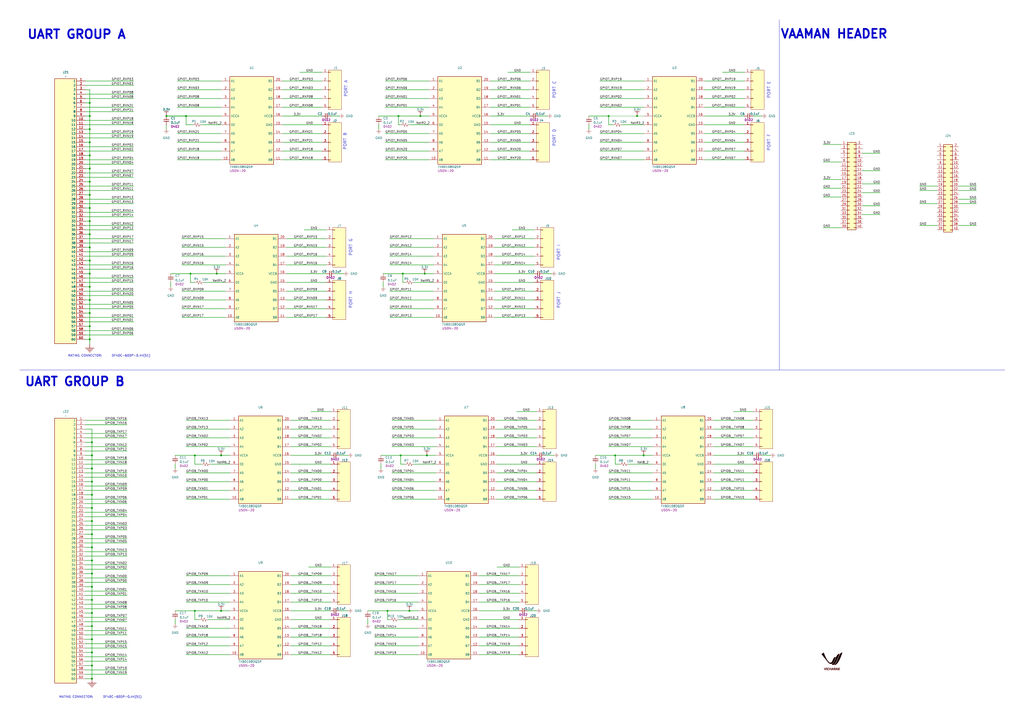
<source format=kicad_sch>
(kicad_sch (version 20231120) (generator "eeschema") (generator_version "8.0")
  (paper "A2")
  (title_block (title "VICHARAK") (date "2024-06-10") (rev "1.1"))
  (junction (at 246.38 158.75))
  (junction (at 232.41 264.16))
  (junction (at 52.07 189.23))
  (junction (at 52.07 113.03))
  (junction (at 353.06 67.31))
  (junction (at 128.27 264.16))
  (junction (at 53.34 317.5))
  (junction (at 113.03 264.16))
  (junction (at 52.07 90.17))
  (junction (at 52.07 158.75))
  (junction (at 52.07 181.61))
  (junction (at 113.03 354.33))
  (junction (at 53.34 370.84))
  (junction (at 53.34 355.6))
  (junction (at 233.68 158.75))
  (junction (at 53.34 393.7))
  (junction (at 53.34 264.16))
  (junction (at 107.95 67.31))
  (junction (at 53.34 279.4))
  (junction (at 53.34 294.64))
  (junction (at 53.34 302.26))
  (junction (at 52.07 128.27))
  (junction (at 96.52 67.31))
  (junction (at 52.07 196.85))
  (junction (at 53.34 378.46))
  (junction (at 52.07 67.31))
  (junction (at 52.07 74.93))
  (junction (at 52.07 166.37))
  (junction (at 52.07 173.99))
  (junction (at 53.34 271.78))
  (junction (at 52.07 82.55))
  (junction (at 52.07 151.13))
  (junction (at 224.79 354.33))
  (junction (at 53.34 386.08))
  (junction (at 373.38 264.16))
  (junction (at 53.34 256.54))
  (junction (at 52.07 135.89))
  (junction (at 53.34 347.98))
  (junction (at 53.34 332.74))
  (junction (at 237.49 354.33))
  (junction (at 53.34 363.22))
  (junction (at 52.07 97.79))
  (junction (at 247.65 264.16))
  (junction (at 52.07 143.51))
  (junction (at 243.84 67.31))
  (junction (at 125.73 158.75))
  (junction (at 53.34 309.88))
  (junction (at 52.07 105.41))
  (junction (at 128.27 354.33))
  (junction (at 52.07 59.69))
  (junction (at 110.49 158.75))
  (junction (at 231.14 67.31))
  (junction (at 52.07 120.65))
  (junction (at 356.87 264.16))
  (junction (at 369.57 67.31))
  (junction (at 53.34 287.02))
  (junction (at 53.34 325.12))
  (junction (at 53.34 340.36))
  (wire (pts (xy 191.77 284.48) (xy 168.91 284.48)) (stroke (width 0.254)))
  (wire (pts (xy 189.23 168.91) (xy 166.37 168.91)) (stroke (width 0.254)))
  (wire (pts (xy 311.15 269.24) (xy 288.29 269.24)) (stroke (width 0.254)))
  (wire (pts (xy 133.35 379.73) (xy 107.95 379.73)) (stroke (width 0.254)))
  (wire (pts (xy 213.36 354.33) (xy 224.79 354.33)) (stroke (width 0.254)))
  (wire (pts (xy 49.53 309.88) (xy 53.34 309.88)) (stroke (width 0.254)))
  (wire (pts (xy 356.87 269.24) (xy 356.87 264.16)) (stroke (width 0.254)))
  (wire (pts (xy 52.07 113.03) (xy 52.07 120.65)) (stroke (width 0.254)))
  (wire (pts (xy 510.54 88.9) (xy 500.38 88.9)) (stroke (width 0.254)))
  (wire (pts (xy 227.33 284.48) (xy 252.73 284.48)) (stroke (width 0.254)))
  (wire (pts (xy 347.98 77.47) (xy 373.38 77.47)) (stroke (width 0.254)))
  (wire (pts (xy 477.52 132.08) (xy 487.68 132.08)) (stroke (width 0.254)))
  (wire (pts (xy 533.4 118.11) (xy 543.56 118.11)) (stroke (width 0.254)))
  (wire (pts (xy 566.42 118.11) (xy 556.26 118.11)) (stroke (width 0.254)))
  (wire (pts (xy 252.73 259.08) (xy 227.33 259.08)) (stroke (width 0.254)))
  (wire (pts (xy 49.53 347.98) (xy 53.34 347.98)) (stroke (width 0.254)))
  (wire (pts (xy 191.77 269.24) (xy 168.91 269.24)) (stroke (width 0.254)))
  (wire (pts (xy 226.06 153.67) (xy 251.46 153.67)) (stroke (width 0.254)))
  (wire (pts (xy 219.71 72.39) (xy 219.71 74.93)) (stroke (width 0.254)))
  (wire (pts (xy 378.46 279.4) (xy 353.06 279.4)) (stroke (width 0.254)))
  (wire (pts (xy 307.34 82.55) (xy 284.48 82.55)) (stroke (width 0.254)))
  (wire (pts (xy 107.95 374.65) (xy 133.35 374.65)) (stroke (width 0.254)))
  (wire (pts (xy 53.34 271.78) (xy 53.34 264.16)) (stroke (width 0.254)))
  (wire (pts (xy 168.91 254) (xy 191.77 254)) (stroke (width 0.254)))
  (wire (pts (xy 196.85 354.33) (xy 201.93 354.33)) (stroke (width 0.254)))
  (wire (pts (xy 316.23 264.16) (xy 321.31 264.16)) (stroke (width 0.254)))
  (wire (pts (xy 194.31 158.75) (xy 199.39 158.75)) (stroke (width 0.254)))
  (wire (pts (xy 49.53 173.99) (xy 52.07 173.99)) (stroke (width 0.254)))
  (wire (pts (xy 107.95 284.48) (xy 133.35 284.48)) (stroke (width 0.254)))
  (wire (pts (xy 53.34 287.02) (xy 53.34 279.4)) (stroke (width 0.254)))
  (wire (pts (xy 166.37 143.51) (xy 189.23 143.51)) (stroke (width 0.254)))
  (wire (pts (xy 307.34 92.71) (xy 284.48 92.71)) (stroke (width 0.254)))
  (wire (pts (xy 189.23 184.15) (xy 166.37 184.15)) (stroke (width 0.254)))
  (wire (pts (xy 311.15 238.76) (xy 299.72 238.76)) (stroke (width 0.254)))
  (wire (pts (xy 278.13 349.25) (xy 300.99 349.25)) (stroke (width 0.254)))
  (wire (pts (xy 73.66 276.86) (xy 49.53 276.86)) (stroke (width 0.254)))
  (wire (pts (xy 378.46 289.56) (xy 353.06 289.56)) (stroke (width 0.254)))
  (wire (pts (xy 431.8 87.63) (xy 408.94 87.63)) (stroke (width 0.254)))
  (wire (pts (xy 477.52 109.22) (xy 487.68 109.22)) (stroke (width 0.254)))
  (wire (pts (xy 105.41 179.07) (xy 130.81 179.07)) (stroke (width 0.254)))
  (wire (pts (xy 73.66 307.34) (xy 49.53 307.34)) (stroke (width 0.254)))
  (wire (pts (xy 373.38 62.23) (xy 347.98 62.23)) (stroke (width 0.254)))
  (wire (pts (xy 408.94 57.15) (xy 431.8 57.15)) (stroke (width 0.254)))
  (wire (pts (xy 77.47 115.57) (xy 49.53 115.57)) (stroke (width 0.254)))
  (wire (pts (xy 77.47 133.35) (xy 49.53 133.35)) (stroke (width 0.254)))
  (wire (pts (xy 288.29 254) (xy 311.15 254)) (stroke (width 0.254)))
  (wire (pts (xy 133.35 369.57) (xy 107.95 369.57)) (stroke (width 0.254)))
  (wire (pts (xy 314.96 158.75) (xy 320.04 158.75)) (stroke (width 0.254)))
  (wire (pts (xy 105.41 148.59) (xy 130.81 148.59)) (stroke (width 0.254)))
  (wire (pts (xy 49.53 340.36) (xy 53.34 340.36)) (stroke (width 0.254)))
  (wire (pts (xy 133.35 339.09) (xy 107.95 339.09)) (stroke (width 0.254)))
  (wire (pts (xy 49.53 393.7) (xy 53.34 393.7)) (stroke (width 0.254)))
  (wire (pts (xy 77.47 156.21) (xy 49.53 156.21)) (stroke (width 0.254)))
  (wire (pts (xy 309.88 173.99) (xy 287.02 173.99)) (stroke (width 0.254)))
  (wire (pts (xy 113.03 163.83) (xy 110.49 163.83)) (stroke (width 0.254)))
  (wire (pts (xy 107.95 279.4) (xy 133.35 279.4)) (stroke (width 0.254)))
  (wire (pts (xy 107.95 259.08) (xy 133.35 259.08)) (stroke (width 0.254)))
  (wire (pts (xy 77.47 179.07) (xy 49.53 179.07)) (stroke (width 0.254)))
  (wire (pts (xy 287.02 138.43) (xy 309.88 138.43)) (stroke (width 0.254)))
  (wire (pts (xy 73.66 388.62) (xy 49.53 388.62)) (stroke (width 0.254)))
  (wire (pts (xy 77.47 153.67) (xy 49.53 153.67)) (stroke (width 0.254)))
  (wire (pts (xy 240.03 163.83) (xy 251.46 163.83)) (stroke (width 0.254)))
  (wire (pts (xy 133.35 289.56) (xy 107.95 289.56)) (stroke (width 0.254)))
  (wire (pts (xy 311.15 284.48) (xy 288.29 284.48)) (stroke (width 0.254)))
  (wire (pts (xy 359.41 269.24) (xy 356.87 269.24)) (stroke (width 0.254)))
  (wire (pts (xy 101.6 269.24) (xy 101.6 271.78)) (stroke (width 0.254)))
  (wire (pts (xy 227.33 274.32) (xy 252.73 274.32)) (stroke (width 0.254)))
  (wire (pts (xy 226.06 179.07) (xy 251.46 179.07)) (stroke (width 0.254)))
  (wire (pts (xy 73.66 320.04) (xy 49.53 320.04)) (stroke (width 0.254)))
  (wire (pts (xy 378.46 259.08) (xy 353.06 259.08)) (stroke (width 0.254)))
  (wire (pts (xy 436.88 289.56) (xy 414.02 289.56)) (stroke (width 0.254)))
  (wire (pts (xy 107.95 254) (xy 133.35 254)) (stroke (width 0.254)))
  (wire (pts (xy 49.53 143.51) (xy 52.07 143.51)) (stroke (width 0.254)))
  (wire (pts (xy 73.66 360.68) (xy 49.53 360.68)) (stroke (width 0.254)))
  (wire (pts (xy 312.42 67.31) (xy 317.5 67.31)) (stroke (width 0.254)))
  (wire (pts (xy 353.06 254) (xy 378.46 254)) (stroke (width 0.254)))
  (wire (pts (xy 77.47 123.19) (xy 49.53 123.19)) (stroke (width 0.254)))
  (wire (pts (xy 436.88 284.48) (xy 414.02 284.48)) (stroke (width 0.254)))
  (wire (pts (xy 166.37 148.59) (xy 189.23 148.59)) (stroke (width 0.254)))
  (wire (pts (xy 369.57 67.31) (xy 353.06 67.31)))
  (wire (pts (xy 533.4 107.95) (xy 543.56 107.95)) (stroke (width 0.254)))
  (wire (pts (xy 53.34 264.16) (xy 53.34 256.54)) (stroke (width 0.254)))
  (wire (pts (xy 49.53 67.31) (xy 52.07 67.31)) (stroke (width 0.254)))
  (wire (pts (xy 240.03 269.24) (xy 252.73 269.24)) (stroke (width 0.254)))
  (wire (pts (xy 53.34 363.22) (xy 53.34 355.6)) (stroke (width 0.254)))
  (wire (pts (xy 436.88 238.76) (xy 425.45 238.76)) (stroke (width 0.254)))
  (wire (pts (xy 217.17 349.25) (xy 242.57 349.25)) (stroke (width 0.254)))
  (wire (pts (xy 49.53 302.26) (xy 53.34 302.26)) (stroke (width 0.254)))
  (wire (pts (xy 252.73 289.56) (xy 227.33 289.56)) (stroke (width 0.254)))
  (wire (pts (xy 49.53 325.12) (xy 53.34 325.12)) (stroke (width 0.254)))
  (wire (pts (xy 186.69 87.63) (xy 163.83 87.63)) (stroke (width 0.254)))
  (wire (pts (xy 217.17 369.57) (xy 242.57 369.57)) (stroke (width 0.254)))
  (wire (pts (xy 77.47 100.33) (xy 49.53 100.33)) (stroke (width 0.254)))
  (wire (pts (xy 163.83 57.15) (xy 186.69 57.15)) (stroke (width 0.254)))
  (wire (pts (xy 49.53 82.55) (xy 52.07 82.55)) (stroke (width 0.254)))
  (wire (pts (xy 288.29 248.92) (xy 311.15 248.92)) (stroke (width 0.254)))
  (wire (pts (xy 378.46 248.92) (xy 353.06 248.92)) (stroke (width 0.254)))
  (wire (pts (xy 227.33 243.84) (xy 252.73 243.84)) (stroke (width 0.254)))
  (wire (pts (xy 168.91 248.92) (xy 191.77 248.92)) (stroke (width 0.254)))
  (wire (pts (xy 309.88 163.83) (xy 287.02 163.83)) (stroke (width 0.254)))
  (wire (pts (xy 73.66 246.38) (xy 49.53 246.38)) (stroke (width 0.254)))
  (wire (pts (xy 510.54 124.46) (xy 500.38 124.46)) (stroke (width 0.254)))
  (wire (pts (xy 73.66 261.62) (xy 49.53 261.62)) (stroke (width 0.254)))
  (wire (pts (xy 222.25 158.75) (xy 233.68 158.75)) (stroke (width 0.254)))
  (wire (pts (xy 436.88 274.32) (xy 414.02 274.32)) (stroke (width 0.254)))
  (wire (pts (xy 49.53 105.41) (xy 52.07 105.41)) (stroke (width 0.254)))
  (wire (pts (xy 77.47 95.25) (xy 49.53 95.25)) (stroke (width 0.254)))
  (wire (pts (xy 73.66 353.06) (xy 49.53 353.06)) (stroke (width 0.254)))
  (wire (pts (xy 73.66 358.14) (xy 49.53 358.14)) (stroke (width 0.254)))
  (wire (pts (xy 73.66 266.7) (xy 49.53 266.7)) (stroke (width 0.254)))
  (wire (pts (xy 77.47 148.59) (xy 49.53 148.59)) (stroke (width 0.254)))
  (wire (pts (xy 49.53 378.46) (xy 53.34 378.46)) (stroke (width 0.254)))
  (wire (pts (xy 307.34 77.47) (xy 284.48 77.47)) (stroke (width 0.254)))
  (wire (pts (xy 353.06 274.32) (xy 378.46 274.32)) (stroke (width 0.254)))
  (wire (pts (xy 223.52 77.47) (xy 248.92 77.47)) (stroke (width 0.254)))
  (wire (pts (xy 223.52 57.15) (xy 248.92 57.15)) (stroke (width 0.254)))
  (wire (pts (xy 231.14 67.31) (xy 243.84 67.31)) (stroke (width 0.254)))
  (wire (pts (xy 73.66 335.28) (xy 49.53 335.28)) (stroke (width 0.254)))
  (wire (pts (xy 77.47 176.53) (xy 49.53 176.53)) (stroke (width 0.254)))
  (wire (pts (xy 191.77 364.49) (xy 168.91 364.49)) (stroke (width 0.254)))
  (wire (pts (xy 52.07 135.89) (xy 52.07 143.51)) (stroke (width 0.254)))
  (wire (pts (xy 300.99 379.73) (xy 278.13 379.73)) (stroke (width 0.254)))
  (wire (pts (xy 102.87 57.15) (xy 128.27 57.15)) (stroke (width 0.254)))
  (wire (pts (xy 73.66 259.08) (xy 49.53 259.08)) (stroke (width 0.254)))
  (wire (pts (xy 566.42 130.81) (xy 556.26 130.81)) (stroke (width 0.254)))
  (wire (pts (xy 73.66 365.76) (xy 49.53 365.76)) (stroke (width 0.254)))
  (wire (pts (xy 73.66 373.38) (xy 49.53 373.38)) (stroke (width 0.254)))
  (wire (pts (xy 49.53 287.02) (xy 53.34 287.02)) (stroke (width 0.254)))
  (wire (pts (xy 49.53 97.79) (xy 52.07 97.79)) (stroke (width 0.254)))
  (wire (pts (xy 53.34 325.12) (xy 53.34 317.5)) (stroke (width 0.254)))
  (wire (pts (xy 77.47 92.71) (xy 49.53 92.71)) (stroke (width 0.254)))
  (wire (pts (xy 49.53 181.61) (xy 52.07 181.61)) (stroke (width 0.254)))
  (wire (pts (xy 133.35 248.92) (xy 107.95 248.92)) (stroke (width 0.254)))
  (polyline (pts (xy 452.12 11.43) (xy 452.12 214.63)))
  (wire (pts (xy 307.34 41.91) (xy 294.64 41.91)) (stroke (width 0.254)))
  (wire (pts (xy 73.66 337.82) (xy 49.53 337.82)) (stroke (width 0.254)))
  (wire (pts (xy 347.98 87.63) (xy 373.38 87.63)) (stroke (width 0.254)))
  (wire (pts (xy 364.49 269.24) (xy 378.46 269.24)) (stroke (width 0.254)))
  (wire (pts (xy 186.69 41.91) (xy 173.99 41.91)) (stroke (width 0.254)))
  (wire (pts (xy 73.66 299.72) (xy 49.53 299.72)) (stroke (width 0.254)))
  (wire (pts (xy 130.81 143.51) (xy 105.41 143.51)) (stroke (width 0.254)))
  (wire (pts (xy 52.07 143.51) (xy 52.07 151.13)) (stroke (width 0.254)))
  (wire (pts (xy 477.52 83.82) (xy 487.68 83.82)) (stroke (width 0.254)))
  (wire (pts (xy 191.77 67.31) (xy 196.85 67.31)) (stroke (width 0.254)))
  (wire (pts (xy 77.47 140.97) (xy 49.53 140.97)) (stroke (width 0.254)))
  (wire (pts (xy 49.53 158.75) (xy 52.07 158.75)) (stroke (width 0.254)))
  (wire (pts (xy 113.03 354.33) (xy 128.27 354.33)) (stroke (width 0.254)))
  (wire (pts (xy 477.52 104.14) (xy 487.68 104.14)) (stroke (width 0.254)))
  (wire (pts (xy 309.88 158.75) (xy 287.02 158.75)) (stroke (width 0.254)))
  (wire (pts (xy 431.8 92.71) (xy 408.94 92.71)) (stroke (width 0.254)))
  (wire (pts (xy 102.87 77.47) (xy 128.27 77.47)) (stroke (width 0.254)))
  (wire (pts (xy 566.42 115.57) (xy 556.26 115.57)) (stroke (width 0.254)))
  (wire (pts (xy 220.98 264.16) (xy 232.41 264.16)) (stroke (width 0.254)))
  (wire (pts (xy 248.92 52.07) (xy 223.52 52.07)) (stroke (width 0.254)))
  (wire (pts (xy 77.47 102.87) (xy 49.53 102.87)) (stroke (width 0.254)))
  (wire (pts (xy 73.66 312.42) (xy 49.53 312.42)) (stroke (width 0.254)))
  (wire (pts (xy 49.53 128.27) (xy 52.07 128.27)) (stroke (width 0.254)))
  (wire (pts (xy 77.47 163.83) (xy 49.53 163.83)) (stroke (width 0.254)))
  (wire (pts (xy 431.8 77.47) (xy 408.94 77.47)) (stroke (width 0.254)))
  (wire (pts (xy 510.54 119.38) (xy 500.38 119.38)) (stroke (width 0.254)))
  (wire (pts (xy 217.17 344.17) (xy 242.57 344.17)) (stroke (width 0.254)))
  (wire (pts (xy 355.6 72.39) (xy 353.06 72.39)) (stroke (width 0.254)))
  (wire (pts (xy 77.47 171.45) (xy 49.53 171.45)) (stroke (width 0.254)))
  (wire (pts (xy 113.03 264.16) (xy 128.27 264.16)) (stroke (width 0.254)))
  (wire (pts (xy 107.95 334.01) (xy 133.35 334.01)) (stroke (width 0.254)))
  (wire (pts (xy 101.6 264.16) (xy 113.03 264.16)) (stroke (width 0.254)))
  (wire (pts (xy 52.07 90.17) (xy 52.07 97.79)) (stroke (width 0.254)))
  (wire (pts (xy 110.49 163.83) (xy 110.49 158.75)) (stroke (width 0.254)))
  (wire (pts (xy 73.66 375.92) (xy 49.53 375.92)) (stroke (width 0.254)))
  (wire (pts (xy 510.54 106.68) (xy 500.38 106.68)) (stroke (width 0.254)))
  (wire (pts (xy 73.66 243.84) (xy 49.53 243.84)) (stroke (width 0.254)))
  (wire (pts (xy 49.53 52.07) (xy 52.07 52.07)) (stroke (width 0.254)))
  (wire (pts (xy 353.06 243.84) (xy 378.46 243.84)) (stroke (width 0.254)))
  (wire (pts (xy 73.66 304.8) (xy 49.53 304.8)) (stroke (width 0.254)))
  (wire (pts (xy 300.99 359.41) (xy 278.13 359.41)) (stroke (width 0.254)))
  (wire (pts (xy 300.99 369.57) (xy 278.13 369.57)) (stroke (width 0.254)))
  (wire (pts (xy 105.41 168.91) (xy 130.81 168.91)) (stroke (width 0.254)))
  (wire (pts (xy 107.95 243.84) (xy 133.35 243.84)) (stroke (width 0.254)))
  (wire (pts (xy 168.91 344.17) (xy 191.77 344.17)) (stroke (width 0.254)))
  (wire (pts (xy 191.77 354.33) (xy 168.91 354.33)) (stroke (width 0.254)))
  (polyline (pts (xy 11.43 214.63) (xy 582.93 214.63)))
  (wire (pts (xy 107.95 344.17) (xy 133.35 344.17)) (stroke (width 0.254)))
  (wire (pts (xy 252.73 279.4) (xy 227.33 279.4)) (stroke (width 0.254)))
  (wire (pts (xy 189.23 133.35) (xy 176.53 133.35)) (stroke (width 0.254)))
  (wire (pts (xy 49.53 46.99) (xy 77.47 46.99)) (stroke (width 0.254)))
  (wire (pts (xy 52.07 59.69) (xy 49.53 59.69)) (stroke (width 0.254)))
  (wire (pts (xy 73.66 342.9) (xy 49.53 342.9)) (stroke (width 0.254)))
  (wire (pts (xy 278.13 334.01) (xy 300.99 334.01)) (stroke (width 0.254)))
  (wire (pts (xy 53.34 302.26) (xy 53.34 294.64)) (stroke (width 0.254)))
  (wire (pts (xy 125.73 158.75) (xy 130.81 158.75)) (stroke (width 0.254)))
  (wire (pts (xy 309.88 179.07) (xy 287.02 179.07)) (stroke (width 0.254)))
  (wire (pts (xy 77.47 80.01) (xy 49.53 80.01)) (stroke (width 0.254)))
  (wire (pts (xy 168.91 339.09) (xy 191.77 339.09)) (stroke (width 0.254)))
  (wire (pts (xy 284.48 67.31) (xy 307.34 67.31)) (stroke (width 0.254)))
  (wire (pts (xy 53.34 317.5) (xy 53.34 309.88)) (stroke (width 0.254)))
  (wire (pts (xy 217.17 379.73) (xy 242.57 379.73)) (stroke (width 0.254)))
  (wire (pts (xy 49.53 264.16) (xy 53.34 264.16)) (stroke (width 0.254)))
  (wire (pts (xy 414.02 248.92) (xy 436.88 248.92)) (stroke (width 0.254)))
  (wire (pts (xy 300.99 364.49) (xy 278.13 364.49)) (stroke (width 0.254)))
  (wire (pts (xy 227.33 254) (xy 252.73 254)) (stroke (width 0.254)))
  (wire (pts (xy 49.53 355.6) (xy 53.34 355.6)) (stroke (width 0.254)))
  (wire (pts (xy 431.8 82.55) (xy 408.94 82.55)) (stroke (width 0.254)))
  (wire (pts (xy 311.15 289.56) (xy 288.29 289.56)) (stroke (width 0.254)))
  (wire (pts (xy 77.47 161.29) (xy 49.53 161.29)) (stroke (width 0.254)))
  (wire (pts (xy 49.53 294.64) (xy 53.34 294.64)) (stroke (width 0.254)))
  (wire (pts (xy 102.87 46.99) (xy 128.27 46.99)) (stroke (width 0.254)))
  (wire (pts (xy 278.13 344.17) (xy 300.99 344.17)) (stroke (width 0.254)))
  (wire (pts (xy 226.06 173.99) (xy 251.46 173.99)) (stroke (width 0.254)))
  (wire (pts (xy 224.79 359.41) (xy 224.79 354.33)) (stroke (width 0.254)))
  (wire (pts (xy 53.34 386.08) (xy 53.34 378.46)) (stroke (width 0.254)))
  (wire (pts (xy 533.4 130.81) (xy 543.56 130.81)) (stroke (width 0.254)))
  (wire (pts (xy 168.91 259.08) (xy 191.77 259.08)) (stroke (width 0.254)))
  (wire (pts (xy 168.91 349.25) (xy 191.77 349.25)) (stroke (width 0.254)))
  (wire (pts (xy 77.47 85.09) (xy 49.53 85.09)) (stroke (width 0.254)))
  (wire (pts (xy 373.38 264.16) (xy 378.46 264.16)) (stroke (width 0.254)))
  (wire (pts (xy 113.03 269.24) (xy 113.03 264.16)) (stroke (width 0.254)))
  (wire (pts (xy 341.63 72.39) (xy 341.63 74.93)) (stroke (width 0.254)))
  (wire (pts (xy 373.38 82.55) (xy 347.98 82.55)) (stroke (width 0.254)))
  (wire (pts (xy 49.53 135.89) (xy 52.07 135.89)) (stroke (width 0.254)))
  (wire (pts (xy 107.95 67.31) (xy 128.27 67.31)) (stroke (width 0.254)))
  (wire (pts (xy 49.53 74.93) (xy 52.07 74.93)) (stroke (width 0.254)))
  (wire (pts (xy 186.69 82.55) (xy 163.83 82.55)) (stroke (width 0.254)))
  (wire (pts (xy 248.92 62.23) (xy 223.52 62.23)) (stroke (width 0.254)))
  (wire (pts (xy 309.88 184.15) (xy 287.02 184.15)) (stroke (width 0.254)))
  (wire (pts (xy 226.06 143.51) (xy 251.46 143.51)) (stroke (width 0.254)))
  (wire (pts (xy 73.66 269.24) (xy 49.53 269.24)) (stroke (width 0.254)))
  (wire (pts (xy 189.23 163.83) (xy 166.37 163.83)) (stroke (width 0.254)))
  (wire (pts (xy 224.79 354.33) (xy 237.49 354.33)) (stroke (width 0.254)))
  (wire (pts (xy 73.66 330.2) (xy 49.53 330.2)) (stroke (width 0.254)))
  (wire (pts (xy 73.66 284.48) (xy 49.53 284.48)) (stroke (width 0.254)))
  (wire (pts (xy 311.15 279.4) (xy 288.29 279.4)) (stroke (width 0.254)))
  (wire (pts (xy 53.34 332.74) (xy 53.34 325.12)) (stroke (width 0.254)))
  (wire (pts (xy 110.49 158.75) (xy 125.73 158.75)) (stroke (width 0.254)))
  (wire (pts (xy 77.47 118.11) (xy 49.53 118.11)) (stroke (width 0.254)))
  (wire (pts (xy 53.34 347.98) (xy 53.34 340.36)) (stroke (width 0.254)))
  (wire (pts (xy 102.87 82.55) (xy 128.27 82.55)) (stroke (width 0.254)))
  (wire (pts (xy 49.53 370.84) (xy 53.34 370.84)) (stroke (width 0.254)))
  (wire (pts (xy 49.53 196.85) (xy 52.07 196.85)) (stroke (width 0.254)))
  (wire (pts (xy 77.47 194.31) (xy 49.53 194.31)) (stroke (width 0.254)))
  (wire (pts (xy 224.79 359.41) (xy 226.06 359.41)) (stroke (width 0.254)))
  (wire (pts (xy 284.48 46.99) (xy 307.34 46.99)) (stroke (width 0.254)))
  (wire (pts (xy 414.02 254) (xy 436.88 254)) (stroke (width 0.254)))
  (wire (pts (xy 284.48 57.15) (xy 307.34 57.15)) (stroke (width 0.254)))
  (wire (pts (xy 414.02 259.08) (xy 436.88 259.08)) (stroke (width 0.254)))
  (wire (pts (xy 52.07 158.75) (xy 52.07 166.37)) (stroke (width 0.254)))
  (wire (pts (xy 53.34 309.88) (xy 53.34 302.26)) (stroke (width 0.254)))
  (wire (pts (xy 128.27 92.71) (xy 102.87 92.71)) (stroke (width 0.254)))
  (wire (pts (xy 288.29 259.08) (xy 311.15 259.08)) (stroke (width 0.254)))
  (wire (pts (xy 287.02 153.67) (xy 309.88 153.67)) (stroke (width 0.254)))
  (wire (pts (xy 73.66 381) (xy 49.53 381)) (stroke (width 0.254)))
  (wire (pts (xy 107.95 72.39) (xy 111.76 72.39)) (stroke (width 0.254)))
  (wire (pts (xy 73.66 292.1) (xy 49.53 292.1)) (stroke (width 0.254)))
  (wire (pts (xy 77.47 130.81) (xy 49.53 130.81)) (stroke (width 0.254)))
  (wire (pts (xy 102.87 87.63) (xy 128.27 87.63)) (stroke (width 0.254)))
  (wire (pts (xy 49.53 90.17) (xy 52.07 90.17)) (stroke (width 0.254)))
  (wire (pts (xy 77.47 107.95) (xy 49.53 107.95)) (stroke (width 0.254)))
  (wire (pts (xy 52.07 105.41) (xy 52.07 113.03)) (stroke (width 0.254)))
  (wire (pts (xy 105.41 138.43) (xy 130.81 138.43)) (stroke (width 0.254)))
  (wire (pts (xy 246.38 158.75) (xy 251.46 158.75)) (stroke (width 0.254)))
  (wire (pts (xy 414.02 243.84) (xy 436.88 243.84)) (stroke (width 0.254)))
  (wire (pts (xy 247.65 264.16) (xy 252.73 264.16)) (stroke (width 0.254)))
  (wire (pts (xy 73.66 254) (xy 49.53 254)) (stroke (width 0.254)))
  (wire (pts (xy 369.57 67.31) (xy 373.38 67.31)))
  (wire (pts (xy 49.53 166.37) (xy 52.07 166.37)) (stroke (width 0.254)))
  (wire (pts (xy 77.47 69.85) (xy 49.53 69.85)) (stroke (width 0.254)))
  (wire (pts (xy 77.47 110.49) (xy 49.53 110.49)) (stroke (width 0.254)))
  (wire (pts (xy 77.47 49.53) (xy 49.53 49.53)) (stroke (width 0.254)))
  (wire (pts (xy 237.49 354.33) (xy 242.57 354.33)) (stroke (width 0.254)))
  (wire (pts (xy 77.47 72.39) (xy 49.53 72.39)) (stroke (width 0.254)))
  (wire (pts (xy 353.06 72.39) (xy 353.06 67.31)) (stroke (width 0.254)))
  (wire (pts (xy 77.47 184.15) (xy 49.53 184.15)) (stroke (width 0.254)))
  (wire (pts (xy 49.53 332.74) (xy 53.34 332.74)) (stroke (width 0.254)))
  (wire (pts (xy 222.25 163.83) (xy 222.25 166.37)) (stroke (width 0.254)))
  (wire (pts (xy 53.34 294.64) (xy 53.34 287.02)) (stroke (width 0.254)))
  (wire (pts (xy 52.07 74.93) (xy 52.07 82.55)) (stroke (width 0.254)))
  (wire (pts (xy 408.94 46.99) (xy 431.8 46.99)) (stroke (width 0.254)))
  (wire (pts (xy 231.14 72.39) (xy 232.41 72.39)) (stroke (width 0.254)))
  (wire (pts (xy 77.47 57.15) (xy 49.53 57.15)) (stroke (width 0.254)))
  (wire (pts (xy 213.36 359.41) (xy 213.36 361.95)) (stroke (width 0.254)))
  (wire (pts (xy 99.06 163.83) (xy 99.06 166.37)) (stroke (width 0.254)))
  (wire (pts (xy 186.69 72.39) (xy 163.83 72.39)) (stroke (width 0.254)))
  (wire (pts (xy 196.85 264.16) (xy 201.93 264.16)) (stroke (width 0.254)))
  (wire (pts (xy 477.52 93.98) (xy 487.68 93.98)) (stroke (width 0.254)))
  (wire (pts (xy 191.77 279.4) (xy 168.91 279.4)) (stroke (width 0.254)))
  (wire (pts (xy 186.69 92.71) (xy 163.83 92.71)) (stroke (width 0.254)))
  (wire (pts (xy 186.69 77.47) (xy 163.83 77.47)) (stroke (width 0.254)))
  (wire (pts (xy 436.88 269.24) (xy 414.02 269.24)) (stroke (width 0.254)))
  (wire (pts (xy 309.88 133.35) (xy 297.18 133.35)) (stroke (width 0.254)))
  (wire (pts (xy 356.87 264.16) (xy 373.38 264.16)) (stroke (width 0.254)))
  (wire (pts (xy 128.27 264.16) (xy 133.35 264.16)) (stroke (width 0.254)))
  (wire (pts (xy 128.27 354.33) (xy 133.35 354.33)) (stroke (width 0.254)))
  (wire (pts (xy 288.29 243.84) (xy 311.15 243.84)) (stroke (width 0.254)))
  (wire (pts (xy 120.65 359.41) (xy 133.35 359.41)) (stroke (width 0.254)))
  (wire (pts (xy 53.34 340.36) (xy 53.34 332.74)) (stroke (width 0.254)))
  (wire (pts (xy 77.47 62.23) (xy 49.53 62.23)) (stroke (width 0.254)))
  (wire (pts (xy 77.47 191.77) (xy 49.53 191.77)) (stroke (width 0.254)))
  (wire (pts (xy 252.73 248.92) (xy 227.33 248.92)) (stroke (width 0.254)))
  (wire (pts (xy 231.14 359.41) (xy 242.57 359.41)) (stroke (width 0.254)))
  (wire (pts (xy 52.07 173.99) (xy 52.07 181.61)) (stroke (width 0.254)))
  (wire (pts (xy 53.34 378.46) (xy 53.34 370.84)) (stroke (width 0.254)))
  (wire (pts (xy 233.68 163.83) (xy 234.95 163.83)) (stroke (width 0.254)))
  (wire (pts (xy 191.77 369.57) (xy 168.91 369.57)) (stroke (width 0.254)))
  (wire (pts (xy 113.03 269.24) (xy 116.84 269.24)) (stroke (width 0.254)))
  (wire (pts (xy 345.44 264.16) (xy 356.87 264.16)) (stroke (width 0.254)))
  (wire (pts (xy 52.07 166.37) (xy 52.07 173.99)) (stroke (width 0.254)))
  (wire (pts (xy 436.88 264.16) (xy 414.02 264.16)) (stroke (width 0.254)))
  (wire (pts (xy 237.49 72.39) (xy 248.92 72.39)) (stroke (width 0.254)))
  (wire (pts (xy 300.99 374.65) (xy 278.13 374.65)) (stroke (width 0.254)))
  (wire (pts (xy 510.54 99.06) (xy 500.38 99.06)) (stroke (width 0.254)))
  (wire (pts (xy 373.38 52.07) (xy 347.98 52.07)) (stroke (width 0.254)))
  (wire (pts (xy 73.66 368.3) (xy 49.53 368.3)) (stroke (width 0.254)))
  (wire (pts (xy 77.47 186.69) (xy 49.53 186.69)) (stroke (width 0.254)))
  (wire (pts (xy 566.42 110.49) (xy 556.26 110.49)) (stroke (width 0.254)))
  (wire (pts (xy 189.23 158.75) (xy 166.37 158.75)) (stroke (width 0.254)))
  (wire (pts (xy 242.57 334.01) (xy 217.17 334.01)) (stroke (width 0.254)))
  (wire (pts (xy 189.23 179.07) (xy 166.37 179.07)) (stroke (width 0.254)))
  (wire (pts (xy 73.66 322.58) (xy 49.53 322.58)) (stroke (width 0.254)))
  (wire (pts (xy 189.23 173.99) (xy 166.37 173.99)) (stroke (width 0.254)))
  (wire (pts (xy 52.07 52.07) (xy 52.07 59.69)) (stroke (width 0.254)))
  (wire (pts (xy 73.66 345.44) (xy 49.53 345.44)) (stroke (width 0.254)))
  (wire (pts (xy 77.47 87.63) (xy 49.53 87.63)) (stroke (width 0.254)))
  (wire (pts (xy 191.77 289.56) (xy 168.91 289.56)) (stroke (width 0.254)))
  (wire (pts (xy 219.71 67.31) (xy 231.14 67.31)) (stroke (width 0.254)))
  (wire (pts (xy 77.47 138.43) (xy 49.53 138.43)) (stroke (width 0.254)))
  (wire (pts (xy 52.07 128.27) (xy 52.07 135.89)) (stroke (width 0.254)))
  (wire (pts (xy 566.42 107.95) (xy 556.26 107.95)) (stroke (width 0.254)))
  (wire (pts (xy 128.27 52.07) (xy 102.87 52.07)) (stroke (width 0.254)))
  (wire (pts (xy 163.83 46.99) (xy 186.69 46.99)) (stroke (width 0.254)))
  (wire (pts (xy 510.54 111.76) (xy 500.38 111.76)) (stroke (width 0.254)))
  (wire (pts (xy 284.48 62.23) (xy 307.34 62.23)) (stroke (width 0.254)))
  (wire (pts (xy 226.06 184.15) (xy 251.46 184.15)) (stroke (width 0.254)))
  (wire (pts (xy 287.02 148.59) (xy 309.88 148.59)) (stroke (width 0.254)))
  (wire (pts (xy 220.98 269.24) (xy 220.98 271.78)) (stroke (width 0.254)))
  (wire (pts (xy 431.8 67.31) (xy 408.94 67.31)) (stroke (width 0.254)))
  (wire (pts (xy 53.34 370.84) (xy 53.34 363.22)) (stroke (width 0.254)))
  (wire (pts (xy 52.07 181.61) (xy 52.07 189.23)) (stroke (width 0.254)))
  (wire (pts (xy 353.06 284.48) (xy 378.46 284.48)) (stroke (width 0.254)))
  (wire (pts (xy 49.53 248.92) (xy 53.34 248.92)) (stroke (width 0.254)))
  (wire (pts (xy 233.68 163.83) (xy 233.68 158.75)) (stroke (width 0.254)))
  (wire (pts (xy 360.68 72.39) (xy 373.38 72.39)) (stroke (width 0.254)))
  (wire (pts (xy 284.48 52.07) (xy 307.34 52.07)) (stroke (width 0.254)))
  (wire (pts (xy 226.06 148.59) (xy 251.46 148.59)) (stroke (width 0.254)))
  (wire (pts (xy 101.6 359.41) (xy 101.6 361.95)) (stroke (width 0.254)))
  (wire (pts (xy 441.96 264.16) (xy 447.04 264.16)) (stroke (width 0.254)))
  (wire (pts (xy 113.03 359.41) (xy 113.03 354.33)) (stroke (width 0.254)))
  (wire (pts (xy 49.53 363.22) (xy 53.34 363.22)) (stroke (width 0.254)))
  (wire (pts (xy 300.99 354.33) (xy 278.13 354.33)) (stroke (width 0.254)))
  (wire (pts (xy 191.77 264.16) (xy 168.91 264.16)) (stroke (width 0.254)))
  (wire (pts (xy 163.83 52.07) (xy 186.69 52.07)) (stroke (width 0.254)))
  (wire (pts (xy 49.53 279.4) (xy 53.34 279.4)) (stroke (width 0.254)))
  (wire (pts (xy 107.95 67.31) (xy 107.95 72.39)) (stroke (width 0.254)))
  (wire (pts (xy 99.06 158.75) (xy 110.49 158.75)) (stroke (width 0.254)))
  (wire (pts (xy 436.88 67.31) (xy 441.96 67.31)) (stroke (width 0.254)))
  (wire (pts (xy 52.07 120.65) (xy 52.07 128.27)) (stroke (width 0.254)))
  (wire (pts (xy 341.63 67.31) (xy 353.06 67.31)) (stroke (width 0.254)))
  (wire (pts (xy 52.07 189.23) (xy 52.07 196.85)) (stroke (width 0.254)))
  (wire (pts (xy 49.53 386.08) (xy 53.34 386.08)) (stroke (width 0.254)))
  (wire (pts (xy 77.47 54.61) (xy 49.53 54.61)) (stroke (width 0.254)))
  (wire (pts (xy 231.14 72.39) (xy 231.14 67.31)) (stroke (width 0.254)))
  (wire (pts (xy 52.07 199.39) (xy 52.07 196.85)) (stroke (width 0.254)))
  (wire (pts (xy 77.47 64.77) (xy 49.53 64.77)) (stroke (width 0.254)))
  (wire (pts (xy 311.15 274.32) (xy 288.29 274.32)) (stroke (width 0.254)))
  (wire (pts (xy 307.34 87.63) (xy 284.48 87.63)) (stroke (width 0.254)))
  (wire (pts (xy 130.81 173.99) (xy 105.41 173.99)) (stroke (width 0.254)))
  (wire (pts (xy 431.8 72.39) (xy 408.94 72.39)) (stroke (width 0.254)))
  (wire (pts (xy 533.4 110.49) (xy 543.56 110.49)) (stroke (width 0.254)))
  (wire (pts (xy 52.07 59.69) (xy 52.07 67.31)) (stroke (width 0.254)))
  (wire (pts (xy 345.44 269.24) (xy 345.44 271.78)) (stroke (width 0.254)))
  (wire (pts (xy 191.77 238.76) (xy 180.34 238.76)) (stroke (width 0.254)))
  (wire (pts (xy 96.52 67.31) (xy 107.95 67.31)) (stroke (width 0.254)))
  (wire (pts (xy 191.77 379.73) (xy 168.91 379.73)) (stroke (width 0.254)))
  (wire (pts (xy 96.52 72.39) (xy 96.52 74.93)) (stroke (width 0.254)))
  (wire (pts (xy 234.95 269.24) (xy 232.41 269.24)) (stroke (width 0.254)))
  (wire (pts (xy 96.52 67.31) (xy 107.95 67.31)))
  (wire (pts (xy 186.69 67.31) (xy 163.83 67.31)) (stroke (width 0.254)))
  (wire (pts (xy 233.68 158.75) (xy 246.38 158.75)) (stroke (width 0.254)))
  (wire (pts (xy 431.8 41.91) (xy 419.1 41.91)) (stroke (width 0.254)))
  (wire (pts (xy 118.11 163.83) (xy 130.81 163.83)) (stroke (width 0.254)))
  (wire (pts (xy 53.34 355.6) (xy 53.34 347.98)) (stroke (width 0.254)))
  (wire (pts (xy 73.66 297.18) (xy 49.53 297.18)) (stroke (width 0.254)))
  (wire (pts (xy 53.34 256.54) (xy 49.53 256.54)) (stroke (width 0.254)))
  (wire (pts (xy 116.84 72.39) (xy 128.27 72.39)) (stroke (width 0.254)))
  (wire (pts (xy 49.53 271.78) (xy 53.34 271.78)) (stroke (width 0.254)))
  (wire (pts (xy 168.91 243.84) (xy 191.77 243.84)) (stroke (width 0.254)))
  (wire (pts (xy 73.66 281.94) (xy 49.53 281.94)) (stroke (width 0.254)))
  (wire (pts (xy 408.94 52.07) (xy 431.8 52.07)) (stroke (width 0.254)))
  (wire (pts (xy 373.38 92.71) (xy 347.98 92.71)) (stroke (width 0.254)))
  (wire (pts (xy 77.47 168.91) (xy 49.53 168.91)) (stroke (width 0.254)))
  (wire (pts (xy 73.66 251.46) (xy 49.53 251.46)) (stroke (width 0.254)))
  (wire (pts (xy 251.46 138.43) (xy 226.06 138.43)) (stroke (width 0.254)))
  (wire (pts (xy 248.92 82.55) (xy 223.52 82.55)) (stroke (width 0.254)))
  (wire (pts (xy 191.77 374.65) (xy 168.91 374.65)) (stroke (width 0.254)))
  (wire (pts (xy 121.92 269.24) (xy 133.35 269.24)) (stroke (width 0.254)))
  (wire (pts (xy 300.99 328.93) (xy 288.29 328.93)) (stroke (width 0.254)))
  (wire (pts (xy 248.92 92.71) (xy 223.52 92.71)) (stroke (width 0.254)))
  (wire (pts (xy 223.52 87.63) (xy 248.92 87.63)) (stroke (width 0.254)))
  (wire (pts (xy 49.53 189.23) (xy 52.07 189.23)) (stroke (width 0.254)))
  (wire (pts (xy 73.66 327.66) (xy 49.53 327.66)) (stroke (width 0.254)))
  (wire (pts (xy 191.77 274.32) (xy 168.91 274.32)) (stroke (width 0.254)))
  (wire (pts (xy 309.88 168.91) (xy 287.02 168.91)) (stroke (width 0.254)))
  (wire (pts (xy 408.94 62.23) (xy 431.8 62.23)) (stroke (width 0.254)))
  (wire (pts (xy 347.98 46.99) (xy 373.38 46.99)) (stroke (width 0.254)))
  (wire (pts (xy 311.15 264.16) (xy 288.29 264.16)) (stroke (width 0.254)))
  (wire (pts (xy 232.41 264.16) (xy 247.65 264.16)) (stroke (width 0.254)))
  (wire (pts (xy 77.47 125.73) (xy 49.53 125.73)) (stroke (width 0.254)))
  (wire (pts (xy 102.87 62.23) (xy 128.27 62.23)) (stroke (width 0.254)))
  (wire (pts (xy 226.06 168.91) (xy 251.46 168.91)) (stroke (width 0.254)))
  (wire (pts (xy 73.66 391.16) (xy 49.53 391.16)) (stroke (width 0.254)))
  (wire (pts (xy 53.34 248.92) (xy 53.34 256.54)) (stroke (width 0.254)))
  (wire (pts (xy 191.77 328.93) (xy 179.07 328.93)) (stroke (width 0.254)))
  (wire (pts (xy 73.66 383.54) (xy 49.53 383.54)) (stroke (width 0.254)))
  (wire (pts (xy 166.37 138.43) (xy 189.23 138.43)) (stroke (width 0.254)))
  (wire (pts (xy 130.81 184.15) (xy 105.41 184.15)) (stroke (width 0.254)))
  (wire (pts (xy 307.34 72.39) (xy 284.48 72.39)) (stroke (width 0.254)))
  (wire (pts (xy 52.07 67.31) (xy 52.07 74.93)) (stroke (width 0.254)))
  (wire (pts (xy 217.17 364.49) (xy 242.57 364.49)) (stroke (width 0.254)))
  (wire (pts (xy 436.88 279.4) (xy 414.02 279.4)) (stroke (width 0.254)))
  (wire (pts (xy 115.57 359.41) (xy 113.03 359.41)) (stroke (width 0.254)))
  (wire (pts (xy 77.47 77.47) (xy 49.53 77.47)) (stroke (width 0.254)))
  (wire (pts (xy 166.37 153.67) (xy 189.23 153.67)) (stroke (width 0.254)))
  (wire (pts (xy 168.91 334.01) (xy 191.77 334.01)) (stroke (width 0.254)))
  (wire (pts (xy 287.02 143.51) (xy 309.88 143.51)) (stroke (width 0.254)))
  (wire (pts (xy 223.52 46.99) (xy 248.92 46.99)) (stroke (width 0.254)))
  (wire (pts (xy 278.13 339.09) (xy 300.99 339.09)) (stroke (width 0.254)))
  (wire (pts (xy 101.6 354.33) (xy 113.03 354.33)) (stroke (width 0.254)))
  (wire (pts (xy 52.07 151.13) (xy 52.07 158.75)) (stroke (width 0.254)))
  (wire (pts (xy 232.41 269.24) (xy 232.41 264.16)) (stroke (width 0.254)))
  (wire (pts (xy 191.77 359.41) (xy 168.91 359.41)) (stroke (width 0.254)))
  (wire (pts (xy 77.47 146.05) (xy 49.53 146.05)) (stroke (width 0.254)))
  (wire (pts (xy 52.07 97.79) (xy 52.07 105.41)) (stroke (width 0.254)))
  (wire (pts (xy 163.83 62.23) (xy 186.69 62.23)) (stroke (width 0.254)))
  (wire (pts (xy 52.07 82.55) (xy 52.07 90.17)) (stroke (width 0.254)))
  (wire (pts (xy 49.53 151.13) (xy 52.07 151.13)) (stroke (width 0.254)))
  (wire (pts (xy 133.35 349.25) (xy 107.95 349.25)) (stroke (width 0.254)))
  (wire (pts (xy 73.66 289.56) (xy 49.53 289.56)) (stroke (width 0.254)))
  (wire (pts (xy 73.66 350.52) (xy 49.53 350.52)) (stroke (width 0.254)))
  (wire (pts (xy 49.53 120.65) (xy 52.07 120.65)) (stroke (width 0.254)))
  (wire (pts (xy 243.84 67.31) (xy 248.92 67.31)) (stroke (width 0.254)))
  (wire (pts (xy 107.95 274.32) (xy 133.35 274.32)) (stroke (width 0.254)))
  (wire (pts (xy 347.98 57.15) (xy 373.38 57.15)) (stroke (width 0.254)))
  (wire (pts (xy 49.53 113.03) (xy 52.07 113.03)) (stroke (width 0.254)))
  (wire (pts (xy 53.34 279.4) (xy 53.34 271.78)) (stroke (width 0.254)))
  (wire (pts (xy 477.52 114.3) (xy 487.68 114.3)) (stroke (width 0.254)))
  (wire (pts (xy 53.34 393.7) (xy 53.34 386.08)) (stroke (width 0.254)))
  (wire (pts (xy 306.07 354.33) (xy 311.15 354.33)) (stroke (width 0.254)))
  (wire (pts (xy 217.17 339.09) (xy 242.57 339.09)) (stroke (width 0.254)))
  (wire (pts (xy 217.17 374.65) (xy 242.57 374.65)) (stroke (width 0.254)))
  (wire (pts (xy 107.95 364.49) (xy 133.35 364.49)) (stroke (width 0.254)))
  (wire (pts (xy 130.81 153.67) (xy 105.41 153.67)) (stroke (width 0.254)))
  (wire (pts (xy 73.66 274.32) (xy 49.53 274.32)) (stroke (width 0.254)))
  (wire (pts (xy 73.66 314.96) (xy 49.53 314.96)) (stroke (width 0.254)))
  (wire (pts (xy 49.53 317.5) (xy 53.34 317.5)) (stroke (width 0.254)))
  (text "PORT C" (at 322.58 57.15 90) (effects (font (size 1.778 1.778)) (justify left bottom)))
  (text "MATING CONNECTOR:" (at 39.37 207.1878 0) (effects (font (size 1.27 1.27)) (justify left bottom)))
  (text "PORT G" (at 204.47 148.59 90) (effects (font (size 1.778 1.778)) (justify left bottom)))
  (text "PORT I" (at 325.12 151.13 90) (effects (font (size 1.778 1.778)) (justify left bottom)))
  (text "DF40C-60DP-0.4V(51)" (at 59.69 405.13 0) (effects (font (size 1.27 1.27)) (justify left bottom)))
  (text "VAAMAN HEADER\n" (at 483.87 19.812 0) (effects (font (size 5.08 5.08) (thickness 1.016) (bold yes))))
  (text "UART GROUP B\n" (at 43.434 221.488 0) (effects (font (size 5.08 5.08) (thickness 1.016) (bold yes))))
  (text "PORT H" (at 204.47 179.07 90) (effects (font (size 1.778 1.778)) (justify left bottom)))
  (text "DF40C-60DP-0.4V(51)" (at 64.77 207.1878 0) (effects (font (size 1.27 1.27)) (justify left bottom)))
  (text "UART GROUP A" (at 44.45 20.066 0) (effects (font (size 5.08 5.08) (thickness 1.016) (bold yes))))
  (text "MATING CONNECTOR:" (at 34.29 405.13 0) (effects (font (size 1.27 1.27)) (justify left bottom)))
  (text "PORT D" (at 322.58 85.09 90) (effects (font (size 1.778 1.778)) (justify left bottom)))
  (text "PORT F" (at 447.04 87.63 90) (effects (font (size 1.778 1.778)) (justify left bottom)))
  (text "PORT B" (at 201.168 87.122 90) (effects (font (size 1.778 1.778)) (justify left bottom)))
  (text "PORT E" (at 447.04 57.15 90) (effects (font (size 1.778 1.778)) (justify left bottom)))
  (text "PORT J" (at 325.12 179.07 90) (effects (font (size 1.778 1.778)) (justify left bottom)))
  (text "PORT A" (at 201.676 56.388 90) (effects (font (size 1.778 1.778)) (justify left bottom)))
  (label "GPIOB_TXP09" (at 107.95 334.01 0))
  (label "GPIOT__RXP17" (at 184.15 184.15 180))
  (label "GPIOT_RXP09" (at 105.41 168.91 0))
  (label "GND" (at 510.54 124.46 180))
  (label "GPIOB_TXN02" (at 107.95 254 0))
  (label "GPIOT__RXN16" (at 184.15 153.67 180))
  (label "GPIOT__RXP12" (at 304.8 138.43 180))
  (label "GPIOT_RXP17" (at 105.41 184.15 0))
  (label "GPIOT_RXP03" (at 77.47 46.99 180))
  (label "GND" (at 295.91 328.93 180))
  (label "GPIOT__RXN14" (at 304.8 153.67 180))
  (label "GPIOT_RXN21" (at 102.87 77.47 0))
  (label "GPIOT_RXN19" (at 77.47 80.01 180))
  (label "GPIOT_RXP15" (at 77.47 163.83 180))
  (label "GPIOB_TXN16" (at 73.66 246.38 180))
  (label "GPIOT_RXP05" (at 223.52 77.47 0))
  (label "GPIOB__TXP05" (at 306.07 248.92 180))
  (label "GPIOB_TXN00" (at 73.66 335.28 180))
  (label "GPIOT_RXN09" (at 105.41 173.99 0))
  (label "GPIOB__TXP12" (at 186.69 374.65 180))
  (label "GPIOB__TXP17" (at 295.91 339.09 180))
  (label "NetR4_2" (at 123.19 163.83 0))
  (label "GPIOT_RXP18" (at 102.87 87.63 0))
  (label "GPIOT_RXP05" (at 77.47 179.07 180))
  (label "GPIOT__RXN19" (at 426.72 52.07 180))
  (label "GPIOB_TXN04" (at 73.66 297.18 180))
  (label "GPIOB__TXN04" (at 306.07 279.4 180))
  (label "GND" (at 533.4 130.81 0))
  (label "GPIOB__TXN18" (at 186.69 364.49 180))
  (label "GPIOB__TXN03" (at 306.07 259.08 180))
  (label "GPIOB_TXN01" (at 73.66 342.9 180))
  (label "GPIOB_TXN17" (at 217.17 334.01 0))
  (label "GPIOT__RXP01" (at 302.26 62.23 180))
  (label "GPIOT_RXN18" (at 102.87 92.71 0))
  (label "GPIOB__TXP03" (at 306.07 254 180))
  (label "3.3V" (at 184.15 158.75 180))
  (label "GPIOT_RXP14" (at 77.47 125.73 180))
  (label "GPIOB_TXP14" (at 73.66 383.54 180))
  (label "GPIOT__RXP20" (at 302.26 92.71 180))
  (label "GPIOT__RXN01" (at 302.26 57.15 180))
  (label "GPIOB__TXP13" (at 186.69 248.92 180))
  (label "GND" (at 510.54 111.76 180))
  (label "GPIOB__TXN12" (at 186.69 379.73 180))
  (label "GPIOB_TXN14" (at 217.17 364.49 0))
  (label "GPIOT_RXN06" (at 77.47 191.77 180))
  (label "GPIOB_TXP07" (at 73.66 358.14 180))
  (label "GPIOB_TXP11" (at 73.66 368.3 180))
  (label "GPIOB__TXP07" (at 431.8 254 180))
  (label "GND" (at 510.54 106.68 180))
  (label "3.3V" (at 306.07 264.16 180))
  (label "GPIOT_RXN13" (at 226.06 179.07 0))
  (label "GPIOT__RXN05" (at 302.26 82.55 180))
  (label "GPIOT_RXP01" (at 223.52 62.23 0))
  (label "3.3V" (at 186.69 354.33 180))
  (label "GPIOB_TXP08" (at 353.06 248.92 0))
  (label "GPIOT__RXN07" (at 426.72 92.71 180))
  (label "GPIOB_TXN00" (at 107.95 274.32 0))
  (label "GPIOB_TXN10" (at 73.66 276.86 180))
  (label "NetR1_2" (at 120.65 72.39 0))
  (label "GPIOB__TXN09" (at 186.69 339.09 180))
  (label "GPIOB_TXN11" (at 353.06 274.32 0))
  (label "GPIOT__RXN18" (at 181.61 92.71 180))
  (label "GPIOB__TXN00" (at 186.69 274.32 180))
  (label "GPIOB_TXP18" (at 107.95 369.57 0))
  (label "GND" (at 510.54 99.06 180))
  (label "GND" (at 510.54 88.9 180))
  (label "GPIOT_RXN06" (at 223.52 52.07 0))
  (label "GPIOT_RXP11" (at 226.06 168.91 0))
  (label "GPIOT__RXP07" (at 426.72 87.63 180))
  (label "GND" (at 295.91 359.41 180))
  (label "Net8_2" (at 369.57 269.24 0))
  (label "GPIOB_TXN02" (at 73.66 327.66 180))
  (label "GPIOB__TXP10" (at 186.69 349.25 180))
  (label "GND" (at 433.07 238.76 180))
  (label "GPIOB_TXP01" (at 107.95 289.56 0))
  (label "GPIOB_TXP04" (at 73.66 299.72 180))
  (label "3.3V" (at 431.8 264.16 180))
  (label "GPIOB__TXP18" (at 186.69 369.57 180))
  (label "GPIOB__TXP06" (at 306.07 289.56 180))
  (label "3.3V" (at 186.69 264.16 180))
  (label "GPIOB_TXP00" (at 73.66 337.82 180))
  (label "GPIOT_RXN15" (at 77.47 161.29 180))
  (label "GPIOB_TXN14" (at 73.66 381 180))
  (label "GPIOB_TXN05" (at 227.33 243.84 0))
  (label "GPIOT_RXP08" (at 77.47 54.61 180))
  (label "GPIOT__RXN09" (at 184.15 173.99 180))
  (label "GPIOB_TXP13" (at 73.66 322.58 180))
  (label "GND" (at 304.8 163.83 180))
  (label "GPIOB__TXP02" (at 186.69 259.08 180))
  (label "GND" (at 304.8 133.35 180))
  (label "GPIOT_RXN11" (at 226.06 173.99 0))
  (label "GPIOB_TXN15" (at 353.06 289.56 0))
  (label "GPIOB__TXN06" (at 306.07 284.48 180))
  (label "GND" (at 533.4 110.49 0))
  (label "GPIOT_RXP20" (at 223.52 92.71 0))
  (label "GPIOB_TXP09" (at 73.66 284.48 180))
  (label "GND" (at 533.4 118.11 0))
  (label "GPIOB__TXP14" (at 295.91 369.57 180))
  (label "GPIOT_RXP07" (at 77.47 100.33 180))
  (label "GPIOB_TXN03" (at 227.33 259.08 0))
  (label "GPIOT_RXP04" (at 347.98 77.47 0))
  (label "GPIOT_RXN16" (at 77.47 153.67 180))
  (label "GPIOT_RXP16" (at 105.41 148.59 0))
  (label "GPIOB_TXN09" (at 107.95 339.09 0))
  (label "GPIOB_TXP14" (at 217.17 369.57 0))
  (label "GND" (at 186.69 359.41 180))
  (label "GPIOT__RXP19" (at 426.72 46.99 180))
  (label "GPIOB_TXP05" (at 227.33 248.92 0))
  (label "GPIOB__TXP09" (at 186.69 334.01 180))
  (label "GND" (at 184.15 163.83 180))
  (label "GPIOT__RXP05" (at 302.26 77.47 180))
  (label "GPIOT_RXP13" (at 77.47 115.57 180))
  (label "GPIOT_RXN15" (at 105.41 143.51 0))
  (label "GPIOB__TXN14" (at 295.91 364.49 180))
  (label "GPIOT_RXN09" (at 77.47 146.05 180))
  (label "GPIOT_RXN07" (at 77.47 102.87 180))
  (label "NetR10_2" (at 233.68 359.41 0))
  (label "GPIOT__RXN03" (at 181.61 52.07 180))
  (label "3.3V" (at 426.72 67.31 180))
  (label "GPIOT_RXP07" (at 347.98 87.63 0))
  (label "GPIOB_TXP03" (at 73.66 307.34 180))
  (label "GPIOB_TXP11" (at 353.06 279.4 0))
  (label "GPIOB_TXP16" (at 73.66 243.84 180))
  (label "GPIOT__RXN17" (at 184.15 179.07 180))
  (label "GPIOB_TXP16" (at 217.17 349.25 0))
  (label "GND" (at 181.61 41.91 180))
  (label "GPIOB_TXP00" (at 107.95 279.4 0))
  (label "GPIOB_TXN06" (at 227.33 284.48 0))
  (label "GPIOT_RXP06" (at 223.52 46.99 0))
  (label "GPIOB_TXP10" (at 73.66 274.32 180))
  (label "NetR5_2" (at 243.84 163.83 0))
  (label "NetR2_2" (at 241.3 72.39 0))
  (label "GPIOB__TXN15" (at 431.8 289.56 180))
  (label "GPIOT_RXN18" (at 77.47 72.39 180))
  (label "GPIOT_RXN14" (at 226.06 153.67 0))
  (label "GPIOB_TXP02" (at 107.95 259.08 0))
  (label "GND" (at 566.42 110.49 180))
  (label "3.3V" (at 477.52 83.82 0))
  (label "GPIOT_RXP13" (at 226.06 184.15 0))
  (label "GND" (at 510.54 119.38 180))
  (label "GPIOB_TXP17" (at 217.17 339.09 0))
  (label "GPIOT_RXN02" (at 77.47 87.63 180))
  (label "GND" (at 302.26 41.91 180))
  (label "GPIOB_TXN18" (at 73.66 269.24 180))
  (label "GND" (at 307.34 238.76 180))
  (label "GPIOT_RXP19" (at 77.47 77.47 180))
  (label "GPIOT__RXP11" (at 304.8 168.91 180))
  (label "NetR3_2" (at 365.76 72.39 0))
  (label "GPIOT_RXN17" (at 105.41 179.07 0))
  (label "GPIOT__RXP04" (at 426.72 77.47 180))
  (label "GPIOT__RXN06" (at 302.26 52.07 180))
  (label "GPIOB_TXP07" (at 353.06 254 0))
  (label "GND" (at 431.8 269.24 180))
  (label "GPIOB_TXP01" (at 73.66 345.44 180))
  (label "GPIOT_RXN16" (at 105.41 153.67 0))
  (label "GPIOB_TXP15" (at 353.06 284.48 0))
  (label "GPIOB_TXN19" (at 217.17 374.65 0))
  (label "GPIOB_TXP02" (at 73.66 330.2 180))
  (label "3.3V" (at 304.8 158.75 180))
  (label "GPIOT_RXP06" (at 77.47 194.31 180))
  (label "GPIOT_RXP12" (at 77.47 133.35 180))
  (label "GPIOB__TXN08" (at 431.8 243.84 180))
  (label "GND" (at 477.52 93.98 0))
  (label "GPIOB__TXN16" (at 295.91 344.17 180))
  (label "GPIOB__TXP04" (at 306.07 274.32 180))
  (label "GPIOT_RXP02" (at 347.98 57.15 0))
  (label "3.3V" (at 295.91 354.33 180))
  (label "GPIOB_TXP12" (at 107.95 374.65 0))
  (label "GPIOT_RXP08" (at 102.87 57.15 0))
  (label "GPIOB_TXN11" (at 73.66 365.76 180))
  (label "GND" (at 186.69 328.93 180))
  (label "GPIOT_RXN03" (at 77.47 49.53 180))
  (label "GPIOT_RXN21" (at 77.47 62.23 180))
  (label "NetR7_2" (at 245.11 269.24 0))
  (label "GPIOT__RXP08" (at 181.61 57.15 180))
  (label "GPIOB_TXN06" (at 73.66 292.1 180))
  (label "GPIOT__RXP09" (at 184.15 168.91 180))
  (label "GND" (at 566.42 107.95 180))
  (label "GPIOB__TXN13" (at 186.69 243.84 180))
  (label "GPIOT_RXN12" (at 226.06 143.51 0))
  (label "GND" (at 566.42 115.57 180))
  (label "GPIOB_TXP04" (at 227.33 274.32 0))
  (label "GND" (at 566.42 130.81 180))
  (label "GPIOB_TXN04" (at 227.33 279.4 0))
  (label "GPIOT_RXP03" (at 102.87 46.99 0))
  (label "GPIOB_TXP19" (at 73.66 388.62 180))
  (label "GPIOT_RXN03" (at 102.87 52.07 0))
  (label "GND" (at 426.72 41.91 180))
  (label "GPIOB__TXN01" (at 186.69 284.48 180))
  (label "GPIOT_RXN14" (at 77.47 123.19 180))
  (label "GPIOB_TXN07" (at 353.06 259.08 0))
  (label "GPIOT_RXN13" (at 77.47 118.11 180))
  (label "GPIOT_RXN04" (at 77.47 95.25 180))
  (label "GPIOB_TXN13" (at 107.95 243.84 0))
  (label "NetR9_2" (at 125.73 359.41 0))
  (label "GPIOT_RXN01" (at 223.52 57.15 0))
  (label "GPIOT_RXN20" (at 223.52 87.63 0))
  (label "3.3V" (at 477.52 104.14 0))
  (label "GPIOT__RXN02" (at 426.72 62.23 180))
  (label "GPIOB__TXN07" (at 431.8 259.08 180))
  (label "GPIOB_TXP10" (at 107.95 349.25 0))
  (label "GPIOT__RXP21" (at 181.61 82.55 180))
  (label "GPIOB_TXP15" (at 73.66 373.38 180))
  (label "GPIOT_RXP20" (at 77.47 168.91 180))
  (label "GPIOT_RXN07" (at 347.98 92.71 0))
  (label "GPIOB_TXP05" (at 73.66 312.42 180))
  (label "GND" (at 302.26 72.39 180))
  (label "GPIOB__TXN17" (at 295.91 334.01 180))
  (label "GPIOB_TXN16" (at 217.17 344.17 0))
  (label "GPIOB__TXN19" (at 295.91 374.65 180))
  (label "GPIOB_TXP13" (at 107.95 248.92 0))
  (label "3.3V" (at 170.18 67.31 0))
  (label "GND" (at 566.42 118.11 180))
  (label "GPIOB__TXN11" (at 431.8 274.32 180))
  (label "GPIOB__TXP19" (at 295.91 379.73 180))
  (label "GPIOB_TXN01" (at 107.95 284.48 0))
  (label "GPIOB__TXN10" (at 186.69 344.17 180))
  (label "GPIOT_RXP02" (at 77.47 85.09 180))
  (label "GPIOB_TXP18" (at 73.66 266.7 180))
  (label "GPIOT__RXN08" (at 181.61 62.23 180))
  (label "GPIOT_RXP19" (at 347.98 46.99 0))
  (label "GPIOT_RXN20" (at 77.47 171.45 180))
  (label "GPIOT_RXP14" (at 226.06 148.59 0))
  (label "GND" (at 477.52 114.3 0))
  (label "GPIOB_TXN09" (at 73.66 281.94 180))
  (label "GPIOB__TXP16" (at 295.91 349.25 180))
  (label "GPIOT__RXP02" (at 426.72 57.15 180))
  (label "GPIOT_RXP15" (at 105.41 138.43 0))
  (label "GPIOT_RXP11" (at 77.47 107.95 180))
  (label "GPIOT__RXP15" (at 184.15 138.43 180))
  (label "GPIOB__TXN02" (at 186.69 254 180))
  (label "GND" (at 187.96 238.76 180))
  (label "GPIOT__RXP16" (at 184.15 148.59 180))
  (label "GPIOB__TXP08" (at 431.8 248.92 180))
  (label "GPIOB_TXP06" (at 227.33 289.56 0))
  (label "NetR6_2" (at 125.73 269.24 0))
  (label "GPIOB_TXP19" (at 217.17 379.73 0))
  (label "GPIOT_RXN08" (at 102.87 62.23 0))
  (label "GPIOB__TXP00" (at 186.69 279.4 180))
  (label "GPIOB_TXP06" (at 73.66 289.56 180))
  (label "GND" (at 533.4 107.95 0))
  (label "GPIOB_TXN05" (at 73.66 314.96 180))
  (label "GPIOT__RXP06" (at 302.26 46.99 180))
  (label "3.3V" (at 288.29 67.31 0))
  (label "GPIOT_RXN05" (at 223.52 82.55 0))
  (label "GPIOB__TXN05" (at 306.07 243.84 180))
  (label "GPIOB_TXN12" (at 107.95 379.73 0))
  (label "GPIOB__TXP11" (at 431.8 279.4 180))
  (label "GPIOT__RXN04" (at 426.72 82.55 180))
  (label "GPIOT__RXN13" (at 304.8 179.07 180))
  (label "GPIOT__RXN21" (at 181.61 77.47 180))
  (label "GPIOT_RXP04" (at 77.47 92.71 180))
  (label "GPIOB_TXN19" (at 73.66 391.16 180))
  (label "GPIOB_TXN08" (at 73.66 350.52 180))
  (label "GPIOB_TXN08" (at 353.06 243.84 0))
  (label "GPIOT_RXP21" (at 102.87 82.55 0))
  (label "GPIOT__RXP18" (at 181.61 87.63 180))
  (label "GND" (at 184.15 133.35 180))
  (label "GPIOT_RXN08" (at 77.47 57.15 180))
  (label "GND" (at 477.52 132.08 0))
  (label "GPIOT_RXP16" (at 77.47 156.21 180))
  (label "GPIOT__RXN12" (at 304.8 143.51 180))
  (label "GPIOT_RXN02" (at 347.98 62.23 0))
  (label "GPIOB_TXN07" (at 73.66 360.68 180))
  (label "GPIOT__RXN15" (at 184.15 143.51 180))
  (label "GPIOT_RXN01" (at 77.47 186.69 180))
  (label "GPIOB__TXP15" (at 431.8 284.48 180))
  (label "GPIOT__RXN11" (at 304.8 173.99 180))
  (label "GPIOT_RXP21" (at 77.47 64.77 180))
  (label "GPIOB_TXN13" (at 73.66 320.04 180))
  (label "GPIOT_RXP12" (at 226.06 138.43 0))
  (label "GPIOT_RXP09" (at 77.47 148.59 180))
  (label "GPIOB_TXN17" (at 73.66 254 180))
  (label "GPIOT_RXN04" (at 347.98 82.55 0))
  (label "GND" (at 477.52 109.22 0))
  (label "GPIOB_TXP03" (at 227.33 254 0))
  (label "GPIOT_RXP18" (at 77.47 69.85 180))
  (label "GPIOT__RXP14" (at 304.8 148.59 180))
  (label "GPIOT_RXP01" (at 77.47 184.15 180))
  (label "GPIOT_RXN19" (at 347.98 52.07 0))
  (label "GPIOB_TXN15" (at 73.66 375.92 180))
  (label "GND" (at 186.69 269.24 180))
  (label "GPIOB_TXN03" (at 73.66 304.8 180))
  (label "GPIOT_RXN11" (at 77.47 110.49 180))
  (label "GPIOB__TXP01" (at 186.69 289.56 180))
  (label "GPIOT__RXP03" (at 181.61 46.99 180))
  (label "GPIOT_RXN17" (at 77.47 140.97 180))
  (label "GPIOB_TXN18" (at 107.95 364.49 0))
  (label "GPIOB_TXP17" (at 73.66 251.46 180))
  (label "GND" (at 181.61 72.39 180))
  (label "GPIOT__RXP13" (at 304.8 184.15 180))
  (label "GPIOT_RXP17" (at 77.47 138.43 180))
  (label "GPIOT_RXN05" (at 77.47 176.53 180))
  (label "GPIOB_TXP08" (at 73.66 353.06 180))
  (label "GND" (at 426.72 72.39 180))
  (label "GPIOT__RXN20" (at 302.26 87.63 180))
  (label "GPIOT_RXN12" (at 77.47 130.81 180))
  (label "GPIOB_TXN10" (at 107.95 344.17 0))
  (label "GPIOB_TXN12" (at 73.66 259.08 180))
  (label "GPIOB_TXP12" (at 73.66 261.62 180))
  (label "GND" (at 306.07 269.24 180))
  (symbol (lib_id "new-altium-import:3.3V_BAR") (at 243.84 67.31 180) (unit 1)
    (property "Reference" "#PWR02" (effects (hide yes)))
    (property "Value" "3.3V" (at 243.84 63.5 0))
  )
  (symbol (lib_name "TXB0108DQSR_1") (lib_id "TXB0108DQSR:TXB0108DQSR") (at 135.89 135.89 0) (unit 1)
    (property "Reference" "U4" (at 148.59 130.81 0))
    (property "Value" "TXB0108DQSR" (at 142.494 188.214 0))
    (property "Footprint" "Library:TXB0108DQSR" (effects (hide yes)))
    (property "Datasheet" "http://www.ti.com/lit/gpn/txb0108" (effects (hide yes)))
    (property "Description" "8-Bit Bidirectional Voltage-Level Shifter with Auto Direction Sensing" (effects (hide yes)))
    (property "Height" "0" (effects (hide yes)))
    (property "Mouser Part Number" "595-TXB0108DQSR" (effects (hide yes)))
    (property "Mouser Price/Stock" "https://www.mouser.co.uk/ProductDetail/Texas-Instruments/TXB0108DQSR?qs=EuM%2FBx4ov4SMZCOlCh%2FWxA%3D%3D" (effects (hide yes)))
    (property "Manufacturer_Name" "Texas Instruments" (effects (hide yes)))
    (property "Manufacturer_Part_Number" "TXB0108DQSR" (effects (hide yes)))
    (property "CASE/PACKAGE" "USON-20" (at 140.462 190.5 0))
  )
  (symbol (lib_id "Device:R_Small_US") (at 237.49 269.24 90) (unit 1)
    (property "Reference" "R7" (at 235.712 267.208 90))
    (property "Value" "10K" (at 241.046 267.462 90))
    (property "Footprint" "Library:RES0402_10K" (effects (hide yes)))
    (property "Description" "Thick Film Resistor -  10Kohm, 1%, 0402" (effects (hide yes)))
    (property "CASE/PACKAGE" "0402" (effects (hide yes)))
  )
  (symbol (lib_id "Device:C_Small") (at 194.31 354.33 90) (unit 1)
    (property "Reference" "C18" (at 192.024 353.06 90) (effects (justify left)))
    (property "Value" "0.1uF" (at 200.66 353.06 90) (effects (justify left)))
    (property "Footprint" "Library:CAP0402" (effects (hide yes)))
    (property "Description" "CAP CER 0.1uF 10V 0402" (effects (hide yes)))
    (property "CASE/PACKAGE" "0402" (at 194.31 356.616 90))
  )
  (symbol (lib_id "power:GNDREF") (at 96.52 74.93 0) (unit 1)
    (property "Reference" "#PWR013" (effects (hide yes)))
    (property "Value" "GND" (at 96.52 80.01 0))
    (property "Description" "Power symbol creates a global label with name \"GNDREF\" , reference supply ground" (effects (hide yes)))
  )
  (symbol (lib_id "01x05 Header:Conn_01x05") (at 191.77 77.47 0) (unit 1)
    (property "Reference" "J2" (at 193.04 70.104 0) (effects (justify left)))
    (property "Value" "Conn_01x05" (effects (hide yes)))
    (property "Footprint" "Library:01x05 Header 2.54mm" (effects (hide yes)))
    (property "Description" "Connector Header Through Hole 6 position 0.100\" (2.54mm)" (effects (hide yes)))
  )
  (symbol (lib_id "power:GNDREF") (at 317.5 67.31 90) (unit 1)
    (property "Reference" "#PWR016" (effects (hide yes)))
    (property "Value" "GND" (at 321.31 67.3099 90) (effects (justify right)))
    (property "Description" "Power symbol creates a global label with name \"GNDREF\" , reference supply ground" (effects (hide yes)))
  )
  (symbol (lib_id "Device:C_Small") (at 222.25 161.29 0) (unit 1)
    (property "Reference" "C9" (at 224.79 160.0262 0) (effects (justify left)))
    (property "Value" "0.1uF" (at 224.79 162.5662 0) (effects (justify left)))
    (property "Footprint" "Library:CAP0402" (effects (hide yes)))
    (property "Description" "CAP CER 0.1uF 10V 0402" (effects (hide yes)))
    (property "CASE/PACKAGE" "0402" (at 227.33 164.846 0))
  )
  (symbol (lib_id "Device:R_Small_US") (at 119.38 269.24 90) (unit 1)
    (property "Reference" "R6" (at 117.602 267.208 90))
    (property "Value" "10K" (at 122.936 267.462 90))
    (property "Footprint" "Library:RES0402_10K" (effects (hide yes)))
    (property "Description" "Thick Film Resistor -  10Kohm, 1%, 0402" (effects (hide yes)))
    (property "CASE/PACKAGE" "0402" (effects (hide yes)))
  )
  (symbol (lib_id "Device:C_Small") (at 439.42 264.16 90) (unit 1)
    (property "Reference" "C16" (at 437.134 262.89 90) (effects (justify left)))
    (property "Value" "0.1uF" (at 445.77 262.89 90) (effects (justify left)))
    (property "Footprint" "Library:CAP0402" (effects (hide yes)))
    (property "Description" "CAP CER 0.1uF 10V 0402" (effects (hide yes)))
    (property "CASE/PACKAGE" "0402" (at 439.42 266.446 90))
  )
  (symbol (lib_id "power:GNDREF") (at 321.31 264.16 90) (unit 1)
    (property "Reference" "#PWR026" (effects (hide yes)))
    (property "Value" "GND" (at 325.12 264.1599 90) (effects (justify right)))
    (property "Description" "Power symbol creates a global label with name \"GNDREF\" , reference supply ground" (effects (hide yes)))
  )
  (symbol (lib_id "01x05 Header:Conn_01x05") (at 196.85 364.49 0) (unit 1)
    (property "Reference" "J18" (at 198.12 357.124 0) (effects (justify left)))
    (property "Value" "Conn_01x05" (effects (hide yes)))
    (property "Footprint" "Library:01x05 Header 2.54mm" (effects (hide yes)))
    (property "Description" "Connector Header Through Hole 6 position 0.100\" (2.54mm)" (effects (hide yes)))
  )
  (symbol (lib_name "TXB0108DQSR_1") (lib_id "TXB0108DQSR:TXB0108DQSR") (at 247.65 331.47 0) (unit 1)
    (property "Reference" "U10" (at 260.35 326.39 0))
    (property "Value" "TXB0108DQSR" (at 254.254 383.794 0))
    (property "Footprint" "Library:TXB0108DQSR" (effects (hide yes)))
    (property "Datasheet" "http://www.ti.com/lit/gpn/txb0108" (effects (hide yes)))
    (property "Description" "8-Bit Bidirectional Voltage-Level Shifter with Auto Direction Sensing" (effects (hide yes)))
    (property "Height" "0" (effects (hide yes)))
    (property "Mouser Part Number" "595-TXB0108DQSR" (effects (hide yes)))
    (property "Mouser Price/Stock" "https://www.mouser.co.uk/ProductDetail/Texas-Instruments/TXB0108DQSR?qs=EuM%2FBx4ov4SMZCOlCh%2FWxA%3D%3D" (effects (hide yes)))
    (property "Manufacturer_Name" "Texas Instruments" (effects (hide yes)))
    (property "Manufacturer_Part_Number" "TXB0108DQSR" (effects (hide yes)))
    (property "CASE/PACKAGE" "USON-20" (at 252.222 386.08 0))
  )
  (symbol (lib_id "power:GNDREF") (at 222.25 166.37 0) (unit 1)
    (property "Reference" "#PWR021" (effects (hide yes)))
    (property "Value" "GND" (at 222.25 171.45 0))
    (property "Description" "Power symbol creates a global label with name \"GNDREF\" , reference supply ground" (effects (hide yes)))
  )
  (symbol (lib_id "power:GNDREF") (at 320.04 158.75 90) (unit 1)
    (property "Reference" "#PWR022" (effects (hide yes)))
    (property "Value" "GND" (at 323.85 158.7499 90) (effects (justify right)))
    (property "Description" "Power symbol creates a global label with name \"GNDREF\" , reference supply ground" (effects (hide yes)))
  )
  (symbol (lib_id "Device:C_Small") (at 101.6 356.87 0) (unit 1)
    (property "Reference" "C17" (at 104.14 355.6062 0) (effects (justify left)))
    (property "Value" "0.1uF" (at 104.14 358.1462 0) (effects (justify left)))
    (property "Footprint" "Library:CAP0402" (effects (hide yes)))
    (property "Description" "CAP CER 0.1uF 10V 0402" (effects (hide yes)))
    (property "CASE/PACKAGE" "0402" (at 106.68 360.426 0))
  )
  (symbol (lib_id "Device:C_Small") (at 303.53 354.33 90) (unit 1)
    (property "Reference" "C20" (at 301.244 353.06 90) (effects (justify left)))
    (property "Value" "0.1uF" (at 309.88 353.06 90) (effects (justify left)))
    (property "Footprint" "Library:CAP0402" (effects (hide yes)))
    (property "Description" "CAP CER 0.1uF 10V 0402" (effects (hide yes)))
    (property "CASE/PACKAGE" "0402" (at 303.53 356.616 90))
  )
  (symbol (lib_id "Device:C_Small") (at 219.71 69.85 0) (unit 1)
    (property "Reference" "C3" (at 222.25 68.5862 0) (effects (justify left)))
    (property "Value" "0.1uF" (at 222.25 71.1262 0) (effects (justify left)))
    (property "Footprint" "Library:CAP0402" (effects (hide yes)))
    (property "Description" "CAP CER 0.1uF 10V 0402" (effects (hide yes)))
    (property "CASE/PACKAGE" "0402" (at 224.79 73.406 0))
  )
  (symbol (lib_id "new-altium-import:3.3V_BAR") (at 128.27 264.16 180) (unit 1)
    (property "Reference" "#PWR07" (effects (hide yes)))
    (property "Value" "3.3V" (at 128.27 260.35 0))
  )
  (symbol (lib_id "01x05 Header:Conn_01x05") (at 441.96 243.84 0) (unit 1)
    (property "Reference" "J15" (at 443.23 236.474 0) (effects (justify left)))
    (property "Value" "Conn_01x05" (effects (hide yes)))
    (property "Footprint" "Library:01x05 Header 2.54mm" (effects (hide yes)))
    (property "Description" "Connector Header Through Hole 6 position 0.100\" (2.54mm)" (effects (hide yes)))
  )
  (symbol (lib_id "01x05 Header:Conn_01x05") (at 196.85 274.32 0) (unit 1)
    (property "Reference" "J12" (at 198.12 266.954 0) (effects (justify left)))
    (property "Value" "Conn_01x05" (effects (hide yes)))
    (property "Footprint" "Library:01x05 Header 2.54mm" (effects (hide yes)))
    (property "Description" "Connector Header Through Hole 6 position 0.100\" (2.54mm)" (effects (hide yes)))
  )
  (symbol (lib_id "new-altium-import:3.3V_BAR") (at 373.38 264.16 180) (unit 1)
    (property "Reference" "#PWR09" (effects (hide yes)))
    (property "Value" "3.3V" (at 373.38 260.35 0))
  )
  (symbol (lib_id "Device:C_Small") (at 99.06 161.29 0) (unit 1)
    (property "Reference" "C7" (at 101.6 160.0262 0) (effects (justify left)))
    (property "Value" "0.1uF" (at 101.6 162.5662 0) (effects (justify left)))
    (property "Footprint" "Library:CAP0402" (effects (hide yes)))
    (property "Description" "CAP CER 0.1uF 10V 0402" (effects (hide yes)))
    (property "CASE/PACKAGE" "0402" (at 104.14 164.846 0))
  )
  (symbol (lib_id "Device:R_Small_US") (at 118.11 359.41 90) (unit 1)
    (property "Reference" "R9" (at 116.332 357.378 90))
    (property "Value" "10K" (at 121.666 357.632 90))
    (property "Footprint" "Library:RES0402_10K" (effects (hide yes)))
    (property "Description" "Thick Film Resistor -  10Kohm, 1%, 0402" (effects (hide yes)))
    (property "CASE/PACKAGE" "0402" (effects (hide yes)))
  )
  (symbol (lib_id "Device:C_Small") (at 189.23 67.31 90) (unit 1)
    (property "Reference" "C2" (at 186.944 66.04 90) (effects (justify left)))
    (property "Value" "0.1uF" (at 195.58 66.04 90) (effects (justify left)))
    (property "Footprint" "Library:CAP0402" (effects (hide yes)))
    (property "Description" "CAP CER 0.1uF 10V 0402" (effects (hide yes)))
    (property "CASE/PACKAGE" "0402" (at 189.23 69.596 90))
  )
  (symbol (lib_name "TXB0108DQSR_1") (lib_id "TXB0108DQSR:TXB0108DQSR") (at 256.54 135.89 0) (unit 1)
    (property "Reference" "U5" (at 269.24 130.81 0))
    (property "Value" "TXB0108DQSR" (at 263.144 188.214 0))
    (property "Footprint" "Library:TXB0108DQSR" (effects (hide yes)))
    (property "Datasheet" "http://www.ti.com/lit/gpn/txb0108" (effects (hide yes)))
    (property "Description" "8-Bit Bidirectional Voltage-Level Shifter with Auto Direction Sensing" (effects (hide yes)))
    (property "Height" "0" (effects (hide yes)))
    (property "Mouser Part Number" "595-TXB0108DQSR" (effects (hide yes)))
    (property "Mouser Price/Stock" "https://www.mouser.co.uk/ProductDetail/Texas-Instruments/TXB0108DQSR?qs=EuM%2FBx4ov4SMZCOlCh%2FWxA%3D%3D" (effects (hide yes)))
    (property "Manufacturer_Name" "Texas Instruments" (effects (hide yes)))
    (property "Manufacturer_Part_Number" "TXB0108DQSR" (effects (hide yes)))
    (property "CASE/PACKAGE" "USON-20" (at 261.112 190.5 0))
  )
  (symbol (lib_id "Device:C_Small") (at 213.36 356.87 0) (unit 1)
    (property "Reference" "C19" (at 215.9 355.6062 0) (effects (justify left)))
    (property "Value" "0.1uF" (at 215.9 358.1462 0) (effects (justify left)))
    (property "Footprint" "Library:CAP0402" (effects (hide yes)))
    (property "Description" "CAP CER 0.1uF 10V 0402" (effects (hide yes)))
    (property "CASE/PACKAGE" "0402" (at 218.44 360.426 0))
  )
  (symbol (lib_id "Device:R_Small_US") (at 234.95 72.39 90) (unit 1)
    (property "Reference" "R2" (at 233.172 70.358 90))
    (property "Value" "10K" (at 238.506 70.612 90))
    (property "Footprint" "Library:RES0402_10K" (effects (hide yes)))
    (property "Description" "Thick Film Resistor -  10Kohm, 1%, 0402" (effects (hide yes)))
    (property "CASE/PACKAGE" "0402" (effects (hide yes)))
  )
  (symbol (lib_id "LVDS:DF40C-60DS-0.4V_51_") (at 26.67 243.84 0) (unit 1)
    (property "Reference" "J22" (at 38.1 238.76 0))
    (property "Value" "~" (at 38.1 241.3 0))
    (property "Footprint" "Library:LVDS2" (effects (hide yes)))
    (property "Description" "60 Position Connector Receptacle 0.4 mm pitch" (effects (hide yes)))
    (property "Height" "1.65" (effects (hide yes)))
    (property "Mouser Part Number" "798-DF40C60DS0.4V51" (effects (hide yes)))
    (property "Mouser Price/Stock" "https://www.mouser.co.uk/ProductDetail/Hirose-Connector/DF40C-60DS-0.4V51?qs=eDUdFcBPps2B0AxWfy4Tzg%3D%3D" (effects (hide yes)))
    (property "Manufacturer_Name" "Hirose" (effects (hide yes)))
    (property "Manufacturer_Part_Number" "DF40C-60DS-0.4V(51)" (effects (hide yes)))
  )
  (symbol (lib_id "Device:C_Small") (at 220.98 266.7 0) (unit 1)
    (property "Reference" "C13" (at 223.52 265.4362 0) (effects (justify left)))
    (property "Value" "0.1uF" (at 223.52 267.9762 0) (effects (justify left)))
    (property "Footprint" "Library:CAP0402" (effects (hide yes)))
    (property "Description" "CAP CER 0.1uF 10V 0402" (effects (hide yes)))
    (property "CASE/PACKAGE" "0402" (at 226.06 270.256 0))
  )
  (symbol (lib_id "power:GNDREF") (at 101.6 271.78 0) (unit 1)
    (property "Reference" "#PWR023" (effects (hide yes)))
    (property "Value" "GND" (at 101.6 276.86 0))
    (property "Description" "Power symbol creates a global label with name \"GNDREF\" , reference supply ground" (effects (hide yes)))
  )
  (symbol (lib_id "new-altium-import:3.3V_BAR") (at 369.57 67.31 180) (unit 1)
    (property "Reference" "#PWR03" (effects (hide yes)))
    (property "Value" "3.3V" (at 369.57 63.5 0))
  )
  (symbol (lib_id "Device:C_Small") (at 434.34 67.31 90) (unit 1)
    (property "Reference" "C6" (at 432.054 66.04 90) (effects (justify left)))
    (property "Value" "0.1uF" (at 440.69 66.04 90) (effects (justify left)))
    (property "Footprint" "Library:CAP0402" (effects (hide yes)))
    (property "Description" "CAP CER 0.1uF 10V 0402" (effects (hide yes)))
    (property "CASE/PACKAGE" "0402" (at 434.34 69.596 90))
  )
  (symbol (lib_id "new-altium-import:3.3V_BAR") (at 247.65 264.16 180) (unit 1)
    (property "Reference" "#PWR08" (effects (hide yes)))
    (property "Value" "3.3V" (at 247.65 260.35 0))
  )
  (symbol (lib_id "power:GNDREF") (at 101.6 361.95 0) (unit 1)
    (property "Reference" "#PWR029" (effects (hide yes)))
    (property "Value" "GND" (at 101.6 367.03 0))
    (property "Description" "Power symbol creates a global label with name \"GNDREF\" , reference supply ground" (effects (hide yes)))
  )
  (symbol (lib_id "Device:R_Small_US") (at 114.3 72.39 90) (unit 1)
    (property "Reference" "R1" (at 112.522 70.358 90))
    (property "Value" "10K" (at 117.856 70.612 90))
    (property "Footprint" "Library:RES0402_10K" (effects (hide yes)))
    (property "Description" "Thick Film Resistor -  10Kohm, 1%, 0402" (effects (hide yes)))
    (property "CASE/PACKAGE" "0402" (effects (hide yes)))
  )
  (symbol (lib_id "Device:R_Small_US") (at 237.49 163.83 90) (unit 1)
    (property "Reference" "R5" (at 235.712 161.798 90))
    (property "Value" "10K" (at 241.046 162.052 90))
    (property "Footprint" "Library:RES0402_10K" (effects (hide yes)))
    (property "Description" "Thick Film Resistor -  10Kohm, 1%, 0402" (effects (hide yes)))
    (property "CASE/PACKAGE" "0402" (effects (hide yes)))
  )
  (symbol (lib_id "Device:R_Small_US") (at 358.14 72.39 90) (unit 1)
    (property "Reference" "R3" (at 356.362 70.358 90))
    (property "Value" "10K" (at 361.696 70.612 90))
    (property "Footprint" "Library:RES0402_10K" (effects (hide yes)))
    (property "Description" "Thick Film Resistor -  10Kohm, 1%, 0402" (effects (hide yes)))
    (property "CASE/PACKAGE" "0402" (effects (hide yes)))
  )
  (symbol (lib_id "new-altium-import:3.3V_BAR") (at 237.49 354.33 180) (unit 1)
    (property "Reference" "#PWR011" (effects (hide yes)))
    (property "Value" "3.3V" (at 237.49 350.52 0))
  )
  (symbol (lib_name "DF40C-60DS-0.4V_51__1") (lib_id "LVDS:DF40C-60DS-0.4V_51_") (at 26.67 46.99 0) (unit 1)
    (property "Reference" "J21" (at 38.1 41.91 0))
    (property "Value" "~" (at 38.1 44.45 0))
    (property "Footprint" "Library:LVDS2" (effects (hide yes)))
    (property "Description" "60 Position Connector Receptacle 0.4 mm pitch" (effects (hide yes)))
    (property "Height" "1.65" (effects (hide yes)))
    (property "Mouser Part Number" "798-DF40C60DS0.4V51" (effects (hide yes)))
    (property "Mouser Price/Stock" "https://www.mouser.co.uk/ProductDetail/Hirose-Connector/DF40C-60DS-0.4V51?qs=eDUdFcBPps2B0AxWfy4Tzg%3D%3D" (effects (hide yes)))
    (property "Manufacturer_Name" "Hirose" (effects (hide yes)))
    (property "Manufacturer_Part_Number" "DF40C-60DS-0.4V(51)" (effects (hide yes)))
  )
  (symbol (lib_id "new-altium-import:3.3V_BAR") (at 125.73 158.75 180) (unit 1)
    (property "Reference" "#PWR04" (effects (hide yes)))
    (property "Value" "3.3V" (at 125.73 154.94 0))
  )
  (symbol (lib_name "TXB0108DQSR_1") (lib_id "TXB0108DQSR:TXB0108DQSR") (at 138.43 331.47 0) (unit 1)
    (property "Reference" "U9" (at 151.13 326.39 0))
    (property "Value" "TXB0108DQSR" (at 145.034 383.794 0))
    (property "Footprint" "Library:TXB0108DQSR" (effects (hide yes)))
    (property "Datasheet" "http://www.ti.com/lit/gpn/txb0108" (effects (hide yes)))
    (property "Description" "8-Bit Bidirectional Voltage-Level Shifter with Auto Direction Sensing" (effects (hide yes)))
    (property "Height" "0" (effects (hide yes)))
    (property "Mouser Part Number" "595-TXB0108DQSR" (effects (hide yes)))
    (property "Mouser Price/Stock" "https://www.mouser.co.uk/ProductDetail/Texas-Instruments/TXB0108DQSR?qs=EuM%2FBx4ov4SMZCOlCh%2FWxA%3D%3D" (effects (hide yes)))
    (property "Manufacturer_Name" "Texas Instruments" (effects (hide yes)))
    (property "Manufacturer_Part_Number" "TXB0108DQSR" (effects (hide yes)))
    (property "CASE/PACKAGE" "USON-20" (at 143.002 386.08 0))
  )
  (symbol (lib_id "TXB0108DQSR:LOGO") (at 482.6 383.54 0) (unit 1)
    (property "Reference" "#G1" (effects (hide yes)))
    (property "Value" "LOGO" (effects (hide yes)))
  )
  (symbol (lib_id "01x05 Header:Conn_01x05") (at 316.23 274.32 0) (unit 1)
    (property "Reference" "J14" (at 317.5 266.954 0) (effects (justify left)))
    (property "Value" "Conn_01x05" (effects (hide yes)))
    (property "Footprint" "Library:01x05 Header 2.54mm" (effects (hide yes)))
    (property "Description" "Connector Header Through Hole 6 position 0.100\" (2.54mm)" (effects (hide yes)))
  )
  (symbol (lib_id "power:GNDREF") (at 199.39 158.75 90) (unit 1)
    (property "Reference" "#PWR020" (effects (hide yes)))
    (property "Value" "GND" (at 203.2 158.7499 90) (effects (justify right)))
    (property "Description" "Power symbol creates a global label with name \"GNDREF\" , reference supply ground" (effects (hide yes)))
  )
  (symbol (lib_id "01x05 Header:Conn_01x05") (at 191.77 46.99 0) (unit 1)
    (property "Reference" "J1" (at 193.548 39.37 0) (effects (justify left)))
    (property "Value" "Conn_01x05" (effects (hide yes)))
    (property "Footprint" "Library:01x05 Header 2.54mm" (effects (hide yes)))
    (property "Description" "Connector Header Through Hole 6 position 0.100\" (2.54mm)" (effects (hide yes)))
  )
  (symbol (lib_id "Device:C_Small") (at 96.52 69.85 0) (unit 1)
    (property "Reference" "C1" (at 99.06 68.5862 0) (effects (justify left)))
    (property "Value" "0.1uF" (at 99.06 71.1262 0) (effects (justify left)))
    (property "Footprint" "Library:CAP0402" (effects (hide yes)))
    (property "Description" "CAP CER 0.1uF 10V 0402" (effects (hide yes)))
    (property "CASE/PACKAGE" "0402" (at 101.6 73.406 0))
  )
  (symbol (lib_id "01x05 Header:Conn_01x05") (at 196.85 243.84 0) (unit 1)
    (property "Reference" "J11" (at 198.12 236.474 0) (effects (justify left)))
    (property "Value" "Conn_01x05" (effects (hide yes)))
    (property "Footprint" "Library:01x05 Header 2.54mm" (effects (hide yes)))
    (property "Description" "Connector Header Through Hole 6 position 0.100\" (2.54mm)" (effects (hide yes)))
  )
  (symbol (lib_id "01x05 Header:Conn_01x05") (at 436.88 46.99 0) (unit 1)
    (property "Reference" "J5" (at 438.404 39.624 0) (effects (justify left)))
    (property "Value" "Conn_01x05" (effects (hide yes)))
    (property "Footprint" "Library:01x05 Header 2.54mm" (effects (hide yes)))
    (property "Description" "Connector Header Through Hole 6 position 0.100\" (2.54mm)" (effects (hide yes)))
  )
  (symbol (lib_id "power:GNDREF") (at 213.36 361.95 0) (unit 1)
    (property "Reference" "#PWR031" (effects (hide yes)))
    (property "Value" "GND" (at 213.36 367.03 0))
    (property "Description" "Power symbol creates a global label with name \"GNDREF\" , reference supply ground" (effects (hide yes)))
  )
  (symbol (lib_id "Device:R_Small_US") (at 361.95 269.24 90) (unit 1)
    (property "Reference" "R8" (at 360.172 267.208 90))
    (property "Value" "10K" (at 365.506 267.462 90))
    (property "Footprint" "Library:RES0402_10K" (effects (hide yes)))
    (property "Description" "Thick Film Resistor -  10Kohm, 1%, 0402" (effects (hide yes)))
    (property "CASE/PACKAGE" "0402" (effects (hide yes)))
  )
  (symbol (lib_name "TXB0108DQSR_1") (lib_id "TXB0108DQSR:TXB0108DQSR") (at 133.35 44.45 0) (unit 1)
    (property "Reference" "U1" (at 146.05 39.37 0))
    (property "Value" "TXB0108DQSR" (at 139.954 96.774 0))
    (property "Footprint" "Library:TXB0108DQSR" (effects (hide yes)))
    (property "Datasheet" "http://www.ti.com/lit/gpn/txb0108" (effects (hide yes)))
    (property "Description" "8-Bit Bidirectional Voltage-Level Shifter with Auto Direction Sensing" (effects (hide yes)))
    (property "Height" "0" (effects (hide yes)))
    (property "Mouser Part Number" "595-TXB0108DQSR" (effects (hide yes)))
    (property "Mouser Price/Stock" "https://www.mouser.co.uk/ProductDetail/Texas-Instruments/TXB0108DQSR?qs=EuM%2FBx4ov4SMZCOlCh%2FWxA%3D%3D" (effects (hide yes)))
    (property "Manufacturer_Name" "Texas Instruments" (effects (hide yes)))
    (property "Manufacturer_Part_Number" "TXB0108DQSR" (effects (hide yes)))
    (property "CASE/PACKAGE" "USON-20" (at 137.922 99.06 0))
  )
  (symbol (lib_name "TXB0108DQSR_1") (lib_id "TXB0108DQSR:TXB0108DQSR") (at 378.46 44.45 0) (unit 1)
    (property "Reference" "U3" (at 391.16 39.37 0))
    (property "Value" "TXB0108DQSR" (at 385.064 96.774 0))
    (property "Footprint" "Library:TXB0108DQSR" (effects (hide yes)))
    (property "Datasheet" "http://www.ti.com/lit/gpn/txb0108" (effects (hide yes)))
    (property "Description" "8-Bit Bidirectional Voltage-Level Shifter with Auto Direction Sensing" (effects (hide yes)))
    (property "Height" "0" (effects (hide yes)))
    (property "Mouser Part Number" "595-TXB0108DQSR" (effects (hide yes)))
    (property "Mouser Price/Stock" "https://www.mouser.co.uk/ProductDetail/Texas-Instruments/TXB0108DQSR?qs=EuM%2FBx4ov4SMZCOlCh%2FWxA%3D%3D" (effects (hide yes)))
    (property "Manufacturer_Name" "Texas Instruments" (effects (hide yes)))
    (property "Manufacturer_Part_Number" "TXB0108DQSR" (effects (hide yes)))
    (property "CASE/PACKAGE" "USON-20" (at 383.032 99.06 0))
  )
  (symbol (lib_id "01x05 Header:Conn_01x05") (at 196.85 334.01 0) (unit 1)
    (property "Reference" "J17" (at 198.12 326.644 0) (effects (justify left)))
    (property "Value" "Conn_01x05" (effects (hide yes)))
    (property "Footprint" "Library:01x05 Header 2.54mm" (effects (hide yes)))
    (property "Description" "Connector Header Through Hole 6 position 0.100\" (2.54mm)" (effects (hide yes)))
  )
  (symbol (lib_id "new-altium-import:3.3V_BAR") (at 246.38 158.75 180) (unit 1)
    (property "Reference" "#PWR05" (effects (hide yes)))
    (property "Value" "3.3V" (at 246.38 154.94 0))
  )
  (symbol (lib_id "01x05 Header:Conn_01x05") (at 316.23 243.84 0) (unit 1)
    (property "Reference" "J13" (at 317.5 236.474 0) (effects (justify left)))
    (property "Value" "Conn_01x05" (effects (hide yes)))
    (property "Footprint" "Library:01x05 Header 2.54mm" (effects (hide yes)))
    (property "Description" "Connector Header Through Hole 6 position 0.100\" (2.54mm)" (effects (hide yes)))
  )
  (symbol (lib_id "Device:C_Small") (at 191.77 158.75 90) (unit 1)
    (property "Reference" "C8" (at 189.484 157.48 90) (effects (justify left)))
    (property "Value" "0.1uF" (at 198.12 157.48 90) (effects (justify left)))
    (property "Footprint" "Library:CAP0402" (effects (hide yes)))
    (property "Description" "CAP CER 0.1uF 10V 0402" (effects (hide yes)))
    (property "CASE/PACKAGE" "0402" (at 191.77 161.036 90))
  )
  (symbol (lib_id "01x05 Header:Conn_02x20_Odd_Even") (at 548.64 107.95 0) (unit 1)
    (property "Reference" "J24" (at 549.91 78.74 0))
    (property "Value" "2.54-2*20PPC104" (effects (hide yes)))
    (property "Footprint" "Library:2x20 header" (effects (hide yes)))
    (property "Description" "Generic connector, double row, 02x20, odd/even pin numbering scheme (row 1 odd numbers, row 2 even numbers), script generated (kicad-library-utils/schlib/autogen/connector/)" (effects (hide yes)))
    (property "MANUFACTURER PART NUMBER" " 2.54-2*20PPC104" (effects (hide yes)))
  )
  (symbol (lib_id "power:GNDREF") (at 441.96 67.31 90) (unit 1)
    (property "Reference" "#PWR018" (effects (hide yes)))
    (property "Value" "GND" (at 445.77 67.3099 90) (effects (justify right)))
    (property "Description" "Power symbol creates a global label with name \"GNDREF\" , reference supply ground" (effects (hide yes)))
  )
  (symbol (lib_id "Device:C_Small") (at 312.42 158.75 90) (unit 1)
    (property "Reference" "C10" (at 310.134 157.48 90) (effects (justify left)))
    (property "Value" "0.1uF" (at 318.77 157.48 90) (effects (justify left)))
    (property "Footprint" "Library:CAP0402" (effects (hide yes)))
    (property "Description" "CAP CER 0.1uF 10V 0402" (effects (hide yes)))
    (property "CASE/PACKAGE" "0402" (at 312.42 161.036 90))
  )
  (symbol (lib_id "Device:C_Small") (at 194.31 264.16 90) (unit 1)
    (property "Reference" "C12" (at 192.024 262.89 90) (effects (justify left)))
    (property "Value" "0.1uF" (at 200.66 262.89 90) (effects (justify left)))
    (property "Footprint" "Library:CAP0402" (effects (hide yes)))
    (property "Description" "CAP CER 0.1uF 10V 0402" (effects (hide yes)))
    (property "CASE/PACKAGE" "0402" (at 194.31 266.446 90))
  )
  (symbol (lib_id "power:GNDREF") (at 311.15 354.33 90) (unit 1)
    (property "Reference" "#PWR032" (effects (hide yes)))
    (property "Value" "GND" (at 314.96 354.3299 90) (effects (justify right)))
    (property "Description" "Power symbol creates a global label with name \"GNDREF\" , reference supply ground" (effects (hide yes)))
  )
  (symbol (lib_id "01x05 Header:Conn_01x05") (at 314.96 168.91 0) (unit 1)
    (property "Reference" "J10" (at 316.23 161.544 0) (effects (justify left)))
    (property "Value" "Conn_01x05" (effects (hide yes)))
    (property "Footprint" "Library:01x05 Header 2.54mm" (effects (hide yes)))
    (property "Description" "Connector Header Through Hole 6 position 0.100\" (2.54mm)" (effects (hide yes)))
  )
  (symbol (lib_id "01x05 Header:Conn_01x05") (at 194.31 138.43 0) (unit 1)
    (property "Reference" "J7" (at 195.58 131.064 0) (effects (justify left)))
    (property "Value" "Conn_01x05" (effects (hide yes)))
    (property "Footprint" "Library:01x05 Header 2.54mm" (effects (hide yes)))
    (property "Description" "Connector Header Through Hole 6 position 0.100\" (2.54mm)" (effects (hide yes)))
  )
  (symbol (lib_id "power:GNDREF") (at 99.06 166.37 0) (unit 1)
    (property "Reference" "#PWR019" (effects (hide yes)))
    (property "Value" "GND" (at 99.06 171.45 0))
    (property "Description" "Power symbol creates a global label with name \"GNDREF\" , reference supply ground" (effects (hide yes)))
  )
  (symbol (lib_id "new-altium-import:GND_POWER_GROUND") (at 53.34 393.7 0) (unit 1)
    (property "Reference" "#PWR012" (effects (hide yes)))
    (property "Value" "GND" (effects (hide yes)))
  )
  (symbol (lib_id "power:GNDREF") (at 341.63 74.93 0) (unit 1)
    (property "Reference" "#PWR017" (effects (hide yes)))
    (property "Value" "GND" (at 341.63 80.01 0))
    (property "Description" "Power symbol creates a global label with name \"GNDREF\" , reference supply ground" (effects (hide yes)))
  )
  (symbol (lib_id "01x05 Header:Conn_01x05") (at 312.42 46.99 0) (unit 1)
    (property "Reference" "J3" (at 313.944 39.624 0) (effects (justify left)))
    (property "Value" "Conn_01x05" (effects (hide yes)))
    (property "Footprint" "Library:01x05 Header 2.54mm" (effects (hide yes)))
    (property "Description" "Connector Header Through Hole 6 position 0.100\" (2.54mm)" (effects (hide yes)))
  )
  (symbol (lib_id "01x05 Header:Conn_01x05") (at 314.96 138.43 0) (unit 1)
    (property "Reference" "J9" (at 316.23 131.064 0) (effects (justify left)))
    (property "Value" "Conn_01x05" (effects (hide yes)))
    (property "Footprint" "Library:01x05 Header 2.54mm" (effects (hide yes)))
    (property "Description" "Connector Header Through Hole 6 position 0.100\" (2.54mm)" (effects (hide yes)))
  )
  (symbol (lib_id "power:GNDREF") (at 447.04 264.16 90) (unit 1)
    (property "Reference" "#PWR028" (effects (hide yes)))
    (property "Value" "GND" (at 450.85 264.1599 90) (effects (justify right)))
    (property "Description" "Power symbol creates a global label with name \"GNDREF\" , reference supply ground" (effects (hide yes)))
  )
  (symbol (lib_id "01x05 Header:Conn_01x05") (at 306.07 364.49 0) (unit 1)
    (property "Reference" "J20" (at 307.34 357.124 0) (effects (justify left)))
    (property "Value" "Conn_01x05" (effects (hide yes)))
    (property "Footprint" "Library:01x05 Header 2.54mm" (effects (hide yes)))
    (property "Description" "Connector Header Through Hole 6 position 0.100\" (2.54mm)" (effects (hide yes)))
  )
  (symbol (lib_id "new-altium-import:3.3V_BAR") (at 128.27 354.33 180) (unit 1)
    (property "Reference" "#PWR010" (effects (hide yes)))
    (property "Value" "3.3V" (at 128.27 350.52 0))
  )
  (symbol (lib_id "power:GNDREF") (at 345.44 271.78 0) (unit 1)
    (property "Reference" "#PWR027" (effects (hide yes)))
    (property "Value" "GND" (at 345.44 276.86 0))
    (property "Description" "Power symbol creates a global label with name \"GNDREF\" , reference supply ground" (effects (hide yes)))
  )
  (symbol (lib_name "TXB0108DQSR_1") (lib_id "TXB0108DQSR:TXB0108DQSR") (at 138.43 241.3 0) (unit 1)
    (property "Reference" "U6" (at 151.13 236.22 0))
    (property "Value" "TXB0108DQSR" (at 145.034 293.624 0))
    (property "Footprint" "Library:TXB0108DQSR" (effects (hide yes)))
    (property "Datasheet" "http://www.ti.com/lit/gpn/txb0108" (effects (hide yes)))
    (property "Description" "8-Bit Bidirectional Voltage-Level Shifter with Auto Direction Sensing" (effects (hide yes)))
    (property "Height" "0" (effects (hide yes)))
    (property "Mouser Part Number" "595-TXB0108DQSR" (effects (hide yes)))
    (property "Mouser Price/Stock" "https://www.mouser.co.uk/ProductDetail/Texas-Instruments/TXB0108DQSR?qs=EuM%2FBx4ov4SMZCOlCh%2FWxA%3D%3D" (effects (hide yes)))
    (property "Manufacturer_Name" "Texas Instruments" (effects (hide yes)))
    (property "Manufacturer_Part_Number" "TXB0108DQSR" (effects (hide yes)))
    (property "CASE/PACKAGE" "USON-20" (at 143.002 295.91 0))
  )
  (symbol (lib_id "Device:C_Small") (at 313.69 264.16 90) (unit 1)
    (property "Reference" "C14" (at 311.404 262.89 90) (effects (justify left)))
    (property "Value" "0.1uF" (at 320.04 262.89 90) (effects (justify left)))
    (property "Footprint" "Library:CAP0402" (effects (hide yes)))
    (property "Description" "CAP CER 0.1uF 10V 0402" (effects (hide yes)))
    (property "CASE/PACKAGE" "0402" (at 313.69 266.446 90))
  )
  (symbol (lib_id "01x05 Header:Conn_01x05") (at 194.31 168.91 0) (unit 1)
    (property "Reference" "J8" (at 195.58 161.544 0) (effects (justify left)))
    (property "Value" "Conn_01x05" (effects (hide yes)))
    (property "Footprint" "Library:01x05 Header 2.54mm" (effects (hide yes)))
    (property "Description" "Connector Header Through Hole 6 position 0.100\" (2.54mm)" (effects (hide yes)))
  )
  (symbol (lib_id "power:GNDREF") (at 201.93 354.33 90) (unit 1)
    (property "Reference" "#PWR030" (effects (hide yes)))
    (property "Value" "GND" (at 205.74 354.3299 90) (effects (justify right)))
    (property "Description" "Power symbol creates a global label with name \"GNDREF\" , reference supply ground" (effects (hide yes)))
  )
  (symbol (lib_id "power:GNDREF") (at 219.71 74.93 0) (unit 1)
    (property "Reference" "#PWR014" (effects (hide yes)))
    (property "Value" "GND" (at 219.71 80.01 0))
    (property "Description" "Power symbol creates a global label with name \"GNDREF\" , reference supply ground" (effects (hide yes)))
  )
  (symbol (lib_id "power:GNDREF") (at 201.93 264.16 90) (unit 1)
    (property "Reference" "#PWR024" (effects (hide yes)))
    (property "Value" "GND" (at 205.74 264.1599 90) (effects (justify right)))
    (property "Description" "Power symbol creates a global label with name \"GNDREF\" , reference supply ground" (effects (hide yes)))
  )
  (symbol (lib_id "new-altium-import:3.3V_BAR") (at 96.52 67.31 180) (unit 1)
    (property "Reference" "#PWR01" (effects (hide yes)))
    (property "Value" "3.3V" (at 96.52 63.5 0))
  )
  (symbol (lib_name "TXB0108DQSR_1") (lib_id "TXB0108DQSR:TXB0108DQSR") (at 257.81 241.3 0) (unit 1)
    (property "Reference" "U7" (at 270.51 236.22 0))
    (property "Value" "TXB0108DQSR" (at 264.414 293.624 0))
    (property "Footprint" "Library:TXB0108DQSR" (effects (hide yes)))
    (property "Datasheet" "http://www.ti.com/lit/gpn/txb0108" (effects (hide yes)))
    (property "Description" "8-Bit Bidirectional Voltage-Level Shifter with Auto Direction Sensing" (effects (hide yes)))
    (property "Height" "0" (effects (hide yes)))
    (property "Mouser Part Number" "595-TXB0108DQSR" (effects (hide yes)))
    (property "Mouser Price/Stock" "https://www.mouser.co.uk/ProductDetail/Texas-Instruments/TXB0108DQSR?qs=EuM%2FBx4ov4SMZCOlCh%2FWxA%3D%3D" (effects (hide yes)))
    (property "Manufacturer_Name" "Texas Instruments" (effects (hide yes)))
    (property "Manufacturer_Part_Number" "TXB0108DQSR" (effects (hide yes)))
    (property "CASE/PACKAGE" "USON-20" (at 262.382 295.91 0))
  )
  (symbol (lib_id "Device:C_Small") (at 345.44 266.7 0) (unit 1)
    (property "Reference" "C15" (at 347.98 265.4362 0) (effects (justify left)))
    (property "Value" "0.1uF" (at 347.98 267.9762 0) (effects (justify left)))
    (property "Footprint" "Library:CAP0402" (effects (hide yes)))
    (property "Description" "CAP CER 0.1uF 10V 0402" (effects (hide yes)))
    (property "CASE/PACKAGE" "0402" (at 350.52 270.256 0))
  )
  (symbol (lib_id "new-altium-import:GND_POWER_GROUND") (at 52.07 199.39 0) (unit 1)
    (property "Reference" "#PWR06" (effects (hide yes)))
    (property "Value" "GND" (effects (hide yes)))
  )
  (symbol (lib_id "01x05 Header:Conn_02x20_Odd_Even") (at 492.76 106.68 0) (unit 1)
    (property "Reference" "J23" (at 494.03 77.47 0))
    (property "Value" "2.54-2*20PPC104" (effects (hide yes)))
    (property "Footprint" "Library:2x20 header" (effects (hide yes)))
    (property "Description" "Generic connector, double row, 02x20, odd/even pin numbering scheme (row 1 odd numbers, row 2 even numbers), script generated (kicad-library-utils/schlib/autogen/connector/)" (effects (hide yes)))
    (property "MANUFACTURER PART NUMBER" " 2.54-2*20PPC104" (effects (hide yes)))
  )
  (symbol (lib_id "Device:R_Small_US") (at 115.57 163.83 90) (unit 1)
    (property "Reference" "R4" (at 113.792 161.798 90))
    (property "Value" "10K" (at 119.126 162.052 90))
    (property "Footprint" "Library:RES0402_10K" (effects (hide yes)))
    (property "Description" "Thick Film Resistor -  10Kohm, 1%, 0402" (effects (hide yes)))
    (property "CASE/PACKAGE" "0402" (effects (hide yes)))
  )
  (symbol (lib_id "Device:C_Small") (at 309.88 67.31 90) (unit 1)
    (property "Reference" "C4" (at 307.594 66.04 90) (effects (justify left)))
    (property "Value" "0.1uF" (at 316.23 66.04 90) (effects (justify left)))
    (property "Footprint" "Library:CAP0402" (effects (hide yes)))
    (property "Description" "CAP CER 0.1uF 10V 0402" (effects (hide yes)))
    (property "CASE/PACKAGE" "0402" (at 309.88 69.596 90))
  )
  (symbol (lib_id "01x05 Header:Conn_01x05") (at 441.96 274.32 0) (unit 1)
    (property "Reference" "J16" (at 443.23 266.954 0) (effects (justify left)))
    (property "Value" "Conn_01x05" (effects (hide yes)))
    (property "Footprint" "Library:01x05 Header 2.54mm" (effects (hide yes)))
    (property "Description" "Connector Header Through Hole 6 position 0.100\" (2.54mm)" (effects (hide yes)))
  )
  (symbol (lib_id "01x05 Header:Conn_01x05") (at 306.07 334.01 0) (unit 1)
    (property "Reference" "J19" (at 307.34 326.644 0) (effects (justify left)))
    (property "Value" "Conn_01x05" (effects (hide yes)))
    (property "Footprint" "Library:01x05 Header 2.54mm" (effects (hide yes)))
    (property "Description" "Connector Header Through Hole 6 position 0.100\" (2.54mm)" (effects (hide yes)))
  )
  (symbol (lib_name "TXB0108DQSR_1") (lib_id "TXB0108DQSR:TXB0108DQSR") (at 254 44.45 0) (unit 1)
    (property "Reference" "U2" (at 266.7 39.37 0))
    (property "Value" "TXB0108DQSR" (at 260.604 96.774 0))
    (property "Footprint" "Library:TXB0108DQSR" (effects (hide yes)))
    (property "Datasheet" "http://www.ti.com/lit/gpn/txb0108" (effects (hide yes)))
    (property "Description" "8-Bit Bidirectional Voltage-Level Shifter with Auto Direction Sensing" (effects (hide yes)))
    (property "Height" "0" (effects (hide yes)))
    (property "Mouser Part Number" "595-TXB0108DQSR" (effects (hide yes)))
    (property "Mouser Price/Stock" "https://www.mouser.co.uk/ProductDetail/Texas-Instruments/TXB0108DQSR?qs=EuM%2FBx4ov4SMZCOlCh%2FWxA%3D%3D" (effects (hide yes)))
    (property "Manufacturer_Name" "Texas Instruments" (effects (hide yes)))
    (property "Manufacturer_Part_Number" "TXB0108DQSR" (effects (hide yes)))
    (property "CASE/PACKAGE" "USON-20" (at 258.572 99.06 0))
  )
  (symbol (lib_id "Device:C_Small") (at 341.63 69.85 0) (unit 1)
    (property "Reference" "C5" (at 344.17 68.5862 0) (effects (justify left)))
    (property "Value" "0.1uF" (at 344.17 71.1262 0) (effects (justify left)))
    (property "Footprint" "Library:CAP0402" (effects (hide yes)))
    (property "Description" "CAP CER 0.1uF 10V 0402" (effects (hide yes)))
    (property "CASE/PACKAGE" "0402" (at 346.71 73.406 0))
  )
  (symbol (lib_id "Device:R_Small_US") (at 228.6 359.41 90) (unit 1)
    (property "Reference" "R10" (at 226.822 357.378 90))
    (property "Value" "10K" (at 232.156 357.632 90))
    (property "Footprint" "Library:RES0402_10K" (effects (hide yes)))
    (property "Description" "Thick Film Resistor -  10Kohm, 1%, 0402" (effects (hide yes)))
    (property "CASE/PACKAGE" "0402" (effects (hide yes)))
  )
  (symbol (lib_id "Device:C_Small") (at 101.6 266.7 0) (unit 1)
    (property "Reference" "C11" (at 104.14 265.4362 0) (effects (justify left)))
    (property "Value" "0.1uF" (at 104.14 267.9762 0) (effects (justify left)))
    (property "Footprint" "Library:CAP0402" (effects (hide yes)))
    (property "Description" "CAP CER 0.1uF 10V 0402" (effects (hide yes)))
    (property "CASE/PACKAGE" "0402" (at 106.68 270.256 0))
  )
  (symbol (lib_id "power:GNDREF") (at 220.98 271.78 0) (unit 1)
    (property "Reference" "#PWR025" (effects (hide yes)))
    (property "Value" "GND" (at 220.98 276.86 0))
    (property "Description" "Power symbol creates a global label with name \"GNDREF\" , reference supply ground" (effects (hide yes)))
  )
  (symbol (lib_id "01x05 Header:Conn_01x05") (at 312.42 77.47 0) (unit 1)
    (property "Reference" "J4" (at 312.928 69.85 0) (effects (justify left)))
    (property "Value" "Conn_01x05" (effects (hide yes)))
    (property "Footprint" "Library:01x05 Header 2.54mm" (effects (hide yes)))
    (property "Description" "Connector Header Through Hole 6 position 0.100\" (2.54mm)" (effects (hide yes)))
  )
  (symbol (lib_name "TXB0108DQSR_1") (lib_id "TXB0108DQSR:TXB0108DQSR") (at 383.54 241.3 0) (unit 1)
    (property "Reference" "U8" (at 396.24 236.22 0))
    (property "Value" "TXB0108DQSR" (at 390.144 293.624 0))
    (property "Footprint" "Library:TXB0108DQSR" (effects (hide yes)))
    (property "Datasheet" "http://www.ti.com/lit/gpn/txb0108" (effects (hide yes)))
    (property "Description" "8-Bit Bidirectional Voltage-Level Shifter with Auto Direction Sensing" (effects (hide yes)))
    (property "Height" "0" (effects (hide yes)))
    (property "Mouser Part Number" "595-TXB0108DQSR" (effects (hide yes)))
    (property "Mouser Price/Stock" "https://www.mouser.co.uk/ProductDetail/Texas-Instruments/TXB0108DQSR?qs=EuM%2FBx4ov4SMZCOlCh%2FWxA%3D%3D" (effects (hide yes)))
    (property "Manufacturer_Name" "Texas Instruments" (effects (hide yes)))
    (property "Manufacturer_Part_Number" "TXB0108DQSR" (effects (hide yes)))
    (property "CASE/PACKAGE" "USON-20" (at 388.112 295.91 0))
  )
  (symbol (lib_id "01x05 Header:Conn_01x05") (at 436.88 77.47 0) (unit 1)
    (property "Reference" "J6" (at 438.404 70.104 0) (effects (justify left)))
    (property "Value" "Conn_01x05" (effects (hide yes)))
    (property "Footprint" "Library:01x05 Header 2.54mm" (effects (hide yes)))
    (property "Description" "Connector Header Through Hole 6 position 0.100\" (2.54mm)" (effects (hide yes)))
  )
  (symbol (lib_id "power:GNDREF") (at 196.85 67.31 90) (unit 1)
    (property "Reference" "#PWR015" (effects (hide yes)))
    (property "Value" "GND" (at 200.66 67.3099 90) (effects (justify right)))
    (property "Description" "Power symbol creates a global label with name \"GNDREF\" , reference supply ground" (effects (hide yes)))
  )
)
</source>
